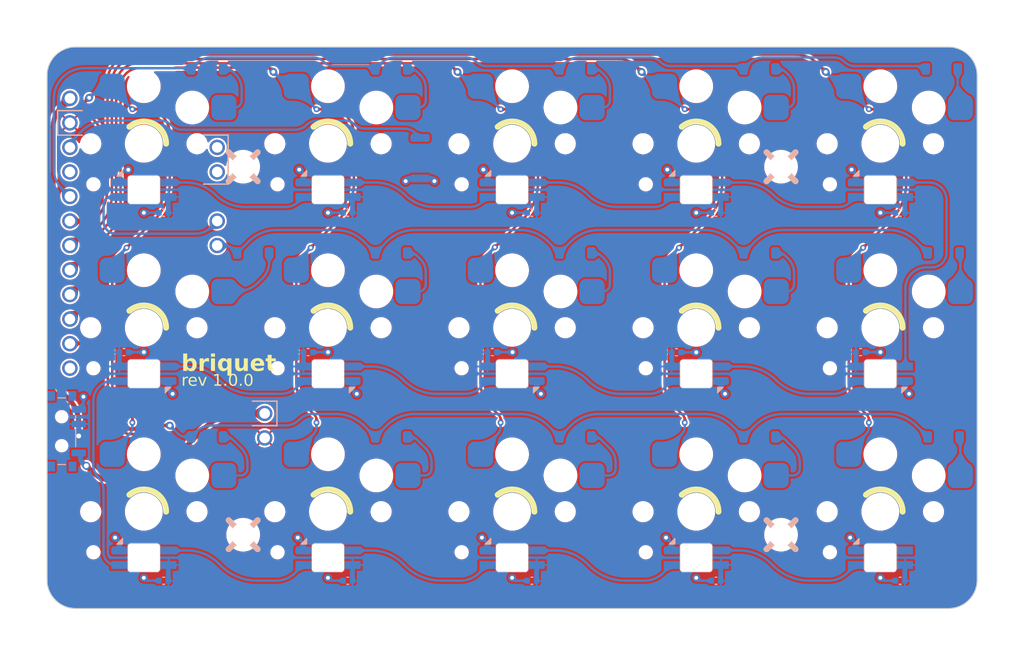
<source format=kicad_pcb>
(kicad_pcb (version 20221018) (generator pcbnew)
  (layers (0 "F.Cu" signal) (31 "B.Cu" signal) (34 "B.Paste" user) (35 "F.Paste" user) (36 "B.SilkS" user "B.Silkscreen") (37 "F.SilkS" user "F.Silkscreen") (38 "B.Mask" user) (39 "F.Mask" user) (44 "Edge.Cuts" user))
  (net 0 "")
  (net 1 "GND")
  (net 2 "+5V")
  (net 3 "Net-(D1-A)")
  (net 4 "COL01")
  (net 5 "Net-(D4-A)")
  (net 6 "COL02")
  (net 7 "Net-(D7-A)")
  (net 8 "COL03")
  (net 9 "Net-(D10-A)")
  (net 10 "COL04")
  (net 11 "Net-(D13-A)")
  (net 12 "COL05")
  (net 13 "Net-(D2-A)")
  (net 14 "Net-(D5-A)")
  (net 15 "Net-(D8-A)")
  (net 16 "Net-(D11-A)")
  (net 17 "Net-(D14-A)")
  (net 18 "Net-(D3-A)")
  (net 19 "Net-(D6-A)")
  (net 20 "Net-(D9-A)")
  (net 21 "Net-(D12-A)")
  (net 22 "Net-(D15-A)")
  (net 23 "ROW01")
  (net 24 "ROW02")
  (net 25 "ROW03")
  (net 26 "Net-(LED1-DOUT)")
  (net 27 "Net-(LED2-DOUT)")
  (net 28 "Net-(LED3-DOUT)")
  (net 29 "Net-(LED4-DOUT)")
  (net 30 "LED_DATA")
  (net 31 "Net-(LED6-DOUT)")
  (net 32 "Net-(LED7-DOUT)")
  (net 33 "Net-(LED8-DOUT)")
  (net 34 "Net-(LED10-DIN)")
  (net 35 "Net-(LED11-DOUT)")
  (net 36 "Net-(LED12-DOUT)")
  (net 37 "Net-(LED13-DOUT)")
  (net 38 "Net-(LED14-DOUT)")
  (net 39 "RST")
  (net 40 "3.3V")
  (net 41 "BAT_IN")
  (net 43 "Net-(LED5-DOUT)")
  (net 44 "Net-(LED10-DOUT)")
  (footprint "Briquet:Mount" (layer "F.Cu") (at 161.175 88.10625)
    (fp_text reference "H4" hide)
    (fp_text value "MountingHole" hide)
  )
  (footprint "Briquet:Mount" (layer "F.Cu") (at 105.525 88.10625)
    (fp_text reference "H3" hide)
    (fp_text value "MountingHole" hide)
  )
  (footprint "Briquet:Mount" (layer "F.Cu") (at 161.175 50.00625)
    (fp_text reference "H2" hide)
    (fp_text value "MountingHole" hide)
  )
  (footprint "Briquet:NiceNanoCustom" (layer "F.Cu") (at 95.22 37.59)
    (fp_text reference "J1" hide)
    (fp_text value "NiceNanoCustom")
  )
  (footprint "Briquet:Mount" (layer "F.Cu") (at 105.525 50.00625)
    (fp_text reference "H1" hide)
    (fp_text value "MountingHole" hide)
  )
  (footprint "Briquet:Led" (layer "B.Cu") (at 152.4 90.487502 180)
    (fp_text reference "LED14" hide)
    (fp_text value "SK6812MINI" hide)
    (fp_line (start -1.675 -1.15) (end -1.675 1.15) (stroke (width 0.05)) (layer "Edge.Cuts"))
    (fp_line (start -1.35 1.475) (end 1.35 1.475) (stroke (width 0.05)) (layer "Edge.Cuts"))
    (fp_line (start 1.35 -1.475) (end -1.35 -1.475) (stroke (width 0.05)) (layer "Edge.Cuts"))
    (fp_line (start 1.675 1.15) (end 1.675 -1.15) (stroke (width 0.05)) (layer "Edge.Cuts"))
    (fp_arc (start -1.675 -1.15) (mid -1.579809 -1.379809) (end -1.35 -1.475) (stroke (width 0.05)) (layer "Edge.Cuts"))
    (fp_arc (start -1.35 1.475) (mid -1.579809 1.379809) (end -1.675 1.15) (stroke (width 0.05)) (layer "Edge.Cuts"))
    (fp_arc (start 1.35 -1.475) (mid 1.57981 -1.37981) (end 1.675 -1.15) (stroke (width 0.05)) (layer "Edge.Cuts"))
    (fp_arc (start 1.675 1.15) (mid 1.57981 1.37981) (end 1.35 1.475) (stroke (width 0.05)) (layer "Edge.Cuts"))
  )
  (footprint "Briquet:ChocHotSwap" (layer "B.Cu") (at 95.249999 85.725001)
    (fp_text reference "CHOC11" hide)
    (fp_text value "CHOC" hide)
  )
  (footprint "Briquet:Led" (layer "B.Cu") (at 171.45 52.3875 180)
    (fp_text reference "LED5" hide)
    (fp_text value "SK6812MINI" hide)
    (fp_line (start -1.675 -1.15) (end -1.675 1.15) (stroke (width 0.05)) (layer "Edge.Cuts"))
    (fp_line (start -1.35 1.475) (end 1.35 1.475) (stroke (width 0.05)) (layer "Edge.Cuts"))
    (fp_line (start 1.35 -1.475) (end -1.35 -1.475) (stroke (width 0.05)) (layer "Edge.Cuts"))
    (fp_line (start 1.675 1.15) (end 1.675 -1.15) (stroke (width 0.05)) (layer "Edge.Cuts"))
    (fp_arc (start -1.675 -1.15) (mid -1.579809 -1.379809) (end -1.35 -1.475) (stroke (width 0.05)) (layer "Edge.Cuts"))
    (fp_arc (start -1.35 1.475) (mid -1.579809 1.379809) (end -1.675 1.15) (stroke (width 0.05)) (layer "Edge.Cuts"))
    (fp_arc (start 1.35 -1.475) (mid 1.57981 -1.37981) (end 1.675 -1.15) (stroke (width 0.05)) (layer "Edge.Cuts"))
    (fp_arc (start 1.675 1.15) (mid 1.57981 1.37981) (end 1.35 1.475) (stroke (width 0.05)) (layer "Edge.Cuts"))
  )
  (footprint "Diode_SMD:D_SOD-123" (layer "B.Cu") (at 120.849372 77.986396)
    (fp_text reference "D6" hide)
    (fp_text value "D_Small")
  )
  (footprint "Capacitor_SMD:C_0402_1005Metric" (layer "B.Cu") (at 112.250579 69.205485 180)
    (fp_text reference "C7" hide)
    (fp_text value "0.1u")
  )
  (footprint "Briquet:ChocHotSwap" (layer "B.Cu") (at 133.35 85.725002)
    (fp_text reference "CHOC13" hide)
    (fp_text value "CHOC" hide)
  )
  (footprint "Briquet:Led" (layer "B.Cu") (at 171.45 90.487502 180)
    (fp_text reference "LED15" hide)
    (fp_text value "SK6812MINI" hide)
    (fp_line (start -1.675 -1.15) (end -1.675 1.15) (stroke (width 0.05)) (layer "Edge.Cuts"))
    (fp_line (start -1.35 1.475) (end 1.35 1.475) (stroke (width 0.05)) (layer "Edge.Cuts"))
    (fp_line (start 1.35 -1.475) (end -1.35 -1.475) (stroke (width 0.05)) (layer "Edge.Cuts"))
    (fp_line (start 1.675 1.15) (end 1.675 -1.15) (stroke (width 0.05)) (layer "Edge.Cuts"))
    (fp_arc (start -1.675 -1.15) (mid -1.579809 -1.379809) (end -1.35 -1.475) (stroke (width 0.05)) (layer "Edge.Cuts"))
    (fp_arc (start -1.35 1.475) (mid -1.579809 1.379809) (end -1.675 1.15) (stroke (width 0.05)) (layer "Edge.Cuts"))
    (fp_arc (start 1.35 -1.475) (mid 1.57981 -1.37981) (end 1.675 -1.15) (stroke (width 0.05)) (layer "Edge.Cuts"))
    (fp_arc (start 1.675 1.15) (mid 1.57981 1.37981) (end 1.35 1.475) (stroke (width 0.05)) (layer "Edge.Cuts"))
  )
  (footprint "Capacitor_SMD:C_0402_1005Metric" (layer "B.Cu") (at 97.300653 54.769072)
    (fp_text reference "C1" hide)
    (fp_text value "0.1u" hide)
  )
  (footprint "Diode_SMD:D_SOD-123" (layer "B.Cu") (at 177.8 39.886172)
    (fp_text reference "D13" hide)
    (fp_text value "D_Small")
  )
  (footprint "Briquet:ChocHotSwap" (layer "B.Cu") (at 133.35 66.675002)
    (fp_text reference "CHOC8" hide)
    (fp_text value "CHOC" hide)
  )
  (footprint "Briquet:Led" (layer "B.Cu") (at 95.25 52.3875 180)
    (fp_text reference "LED1" hide)
    (fp_text value "SK6812MINI" hide)
    (fp_line (start -1.675 -1.15) (end -1.675 1.15) (stroke (width 0.05)) (layer "Edge.Cuts"))
    (fp_line (start -1.35 1.475) (end 1.35 1.475) (stroke (width 0.05)) (layer "Edge.Cuts"))
    (fp_line (start 1.35 -1.475) (end -1.35 -1.475) (stroke (width 0.05)) (layer "Edge.Cuts"))
    (fp_line (start 1.675 1.15) (end 1.675 -1.15) (stroke (width 0.05)) (layer "Edge.Cuts"))
    (fp_arc (start -1.675 -1.15) (mid -1.579809 -1.379809) (end -1.35 -1.475) (stroke (width 0.05)) (layer "Edge.Cuts"))
    (fp_arc (start -1.35 1.475) (mid -1.579809 1.379809) (end -1.675 1.15) (stroke (width 0.05)) (layer "Edge.Cuts"))
    (fp_arc (start 1.35 -1.475) (mid 1.57981 -1.37981) (end 1.675 -1.15) (stroke (width 0.05)) (layer "Edge.Cuts"))
    (fp_arc (start 1.675 1.15) (mid 1.57981 1.37981) (end 1.35 1.475) (stroke (width 0.05)) (layer "Edge.Cuts"))
  )
  (footprint "Briquet:Led" (layer "B.Cu") (at 95.25056 90.488032 180)
    (fp_text reference "LED11" hide)
    (fp_text value "SK6812MINI" hide)
    (fp_line (start -1.675 -1.15) (end -1.675 1.15) (stroke (width 0.05)) (layer "Edge.Cuts"))
    (fp_line (start -1.35 1.475) (end 1.35 1.475) (stroke (width 0.05)) (layer "Edge.Cuts"))
    (fp_line (start 1.35 -1.475) (end -1.35 -1.475) (stroke (width 0.05)) (layer "Edge.Cuts"))
    (fp_line (start 1.675 1.15) (end 1.675 -1.15) (stroke (width 0.05)) (layer "Edge.Cuts"))
    (fp_arc (start -1.675 -1.15) (mid -1.579809 -1.379809) (end -1.35 -1.475) (stroke (width 0.05)) (layer "Edge.Cuts"))
    (fp_arc (start -1.35 1.475) (mid -1.579809 1.379809) (end -1.675 1.15) (stroke (width 0.05)) (layer "Edge.Cuts"))
    (fp_arc (start 1.35 -1.475) (mid 1.57981 -1.37981) (end 1.675 -1.15) (stroke (width 0.05)) (layer "Edge.Cuts"))
    (fp_arc (start 1.675 1.15) (mid 1.57981 1.37981) (end 1.35 1.475) (stroke (width 0.05)) (layer "Edge.Cuts"))
  )
  (footprint "Capacitor_SMD:C_0402_1005Metric" (layer "B.Cu") (at 116.350765 92.869296)
    (fp_text reference "C12" hide)
    (fp_text value "0.1u")
  )
  (footprint "Diode_SMD:D_SOD-123" (layer "B.Cu") (at 106.561564 58.936284)
    (fp_text reference "D2" hide)
    (fp_text value "D_Small")
  )
  (footprint "Briquet:Led" (layer "B.Cu") (at 152.4 71.437502)
    (fp_text reference "LED7" hide)
    (fp_text value "SK6812MINI" hide)
    (fp_line (start -1.675 -1.15) (end -1.675 1.15) (stroke (width 0.05)) (layer "Edge.Cuts"))
    (fp_line (start -1.35 1.475) (end 1.35 1.475) (stroke (width 0.05)) (layer "Edge.Cuts"))
    (fp_line (start 1.35 -1.475) (end -1.35 -1.475) (stroke (width 0.05)) (layer "Edge.Cuts"))
    (fp_line (start 1.675 1.15) (end 1.675 -1.15) (stroke (width 0.05)) (layer "Edge.Cuts"))
    (fp_arc (start -1.675 -1.15) (mid -1.579809 -1.379809) (end -1.35 -1.475) (stroke (width 0.05)) (layer "Edge.Cuts"))
    (fp_arc (start -1.35 1.475) (mid -1.579809 1.379809) (end -1.675 1.15) (stroke (width 0.05)) (layer "Edge.Cuts"))
    (fp_arc (start 1.35 -1.475) (mid 1.57981 -1.37981) (end 1.675 -1.15) (stroke (width 0.05)) (layer "Edge.Cuts"))
    (fp_arc (start 1.675 1.15) (mid 1.57981 1.37981) (end 1.35 1.475) (stroke (width 0.05)) (layer "Edge.Cuts"))
  )
  (footprint "Button_Switch_SMD:SW_Push_SPST_NO_Alps_SKRK" (layer "B.Cu") (at 123.825728 49.11357 -90)
    (fp_text reference "RST1" hide)
    (fp_text value "Reset Button" hide)
  )
  (footprint "Diode_SMD:D_SOD-123" (layer "B.Cu") (at 158.949372 58.936284)
    (fp_text reference "D11" hide)
    (fp_text value "D_Small")
  )
  (footprint "Briquet:ChocHotSwap" (layer "B.Cu") (at 95.249999 47.624999)
    (fp_text reference "CHOC1" hide)
    (fp_text value "CHOC" hide)
  )
  (footprint "Diode_SMD:D_SOD-123" (layer "B.Cu") (at 120.849148 58.936284)
    (fp_text reference "D5" hide)
    (fp_text value "D_Small")
  )
  (footprint "Capacitor_SMD:C_0402_1005Metric" (layer "B.Cu") (at 97.300093 92.868766)
    (fp_text reference "C11" hide)
    (fp_text value "0.1u")
  )
  (footprint "Capacitor_SMD:C_0402_1005Metric" (layer "B.Cu") (at 154.450989 54.769072)
    (fp_text reference "C4" hide)
    (fp_text value "0.1u")
  )
  (footprint "Diode_SMD:D_SOD-123" (layer "B.Cu") (at 139.899372 39.886172)
    (fp_text reference "D7" hide)
    (fp_text value "D_Small")
  )
  (footprint "Briquet:Led" (layer "B.Cu") (at 171.45 71.437502)
    (fp_text reference "LED6" hide)
    (fp_text value "SK6812MINI" hide)
    (fp_line (start -1.675 -1.15) (end -1.675 1.15) (stroke (width 0.05)) (layer "Edge.Cuts"))
    (fp_line (start -1.35 1.475) (end 1.35 1.475) (stroke (width 0.05)) (layer "Edge.Cuts"))
    (fp_line (start 1.35 -1.475) (end -1.35 -1.475) (stroke (width 0.05)) (layer "Edge.Cuts"))
    (fp_line (start 1.675 1.15) (end 1.675 -1.15) (stroke (width 0.05)) (layer "Edge.Cuts"))
    (fp_arc (start -1.675 -1.15) (mid -1.579809 -1.379809) (end -1.35 -1.475) (stroke (width 0.05)) (layer "Edge.Cuts"))
    (fp_arc (start -1.35 1.475) (mid -1.579809 1.379809) (end -1.675 1.15) (stroke (width 0.05)) (layer "Edge.Cuts"))
    (fp_arc (start 1.35 -1.475) (mid 1.57981 -1.37981) (end 1.675 -1.15) (stroke (width 0.05)) (layer "Edge.Cuts"))
    (fp_arc (start 1.675 1.15) (mid 1.57981 1.37981) (end 1.35 1.475) (stroke (width 0.05)) (layer "Edge.Cuts"))
  )
  (footprint "Briquet:ChocHotSwap" (layer "B.Cu") (at 152.399999 66.675001)
    (fp_text reference "CHOC9" hide)
    (fp_text value "CHOC" hide)
  )
  (footprint "Briquet:BatConnection" (layer "B.Cu") (at 107.752196 75.5475)
    (fp_text reference "J2" hide)
    (fp_text value "Conn_01x02")
  )
  (footprint "Briquet:ChocHotSwap" (layer "B.Cu") (at 171.45 47.625)
    (fp_text reference "CHOC5" hide)
    (fp_text value "CHOC" hide)
  )
  (footprint "Diode_SMD:D_SOD-123" (layer "B.Cu") (at 101.799372 77.986396)
    (fp_text reference "D3" hide)
    (fp_text value "D_Small")
  )
  (footprint "Briquet:Led" (layer "B.Cu") (at 95.25 71.437502)
    (fp_text reference "LED10" hide)
    (fp_text value "SK6812MINI" hide)
    (fp_line (start -1.675 -1.15) (end -1.675 1.15) (stroke (width 0.05)) (layer "Edge.Cuts"))
    (fp_line (start -1.35 1.475) (end 1.35 1.475) (stroke (width 0.05)) (layer "Edge.Cuts"))
    (fp_line (start 1.35 -1.475) (end -1.35 -1.475) (stroke (width 0.05)) (layer "Edge.Cuts"))
    (fp_line (start 1.675 1.15) (end 1.675 -1.15) (stroke (width 0.05)) (layer "Edge.Cuts"))
    (fp_arc (start -1.675 -1.15) (mid -1.579809 -1.379809) (end -1.35 -1.475) (stroke (width 0.05)) (layer "Edge.Cuts"))
    (fp_arc (start -1.35 1.475) (mid -1.579809 1.379809) (end -1.675 1.15) (stroke (width 0.05)) (layer "Edge.Cuts"))
    (fp_arc (start 1.35 -1.475) (mid 1.57981 -1.37981) (end 1.675 -1.15) (stroke (width 0.05)) (layer "Edge.Cuts"))
    (fp_arc (start 1.675 1.15) (mid 1.57981 1.37981) (end 1.35 1.475) (stroke (width 0.05)) (layer "Edge.Cuts"))
  )
  (footprint "Capacitor_SMD:C_0402_1005Metric" (layer "B.Cu") (at 135.400877 54.769072)
    (fp_text reference "C3" hide)
    (fp_text value "0.1u")
  )
  (footprint "Briquet:ChocHotSwap" (layer "B.Cu") (at 133.349999 47.624999)
    (fp_text reference "CHOC3" hide)
    (fp_text value "CHOC" hide)
  )
  (footprint "Briquet:Led" (layer "B.Cu") (at 152.4 52.3875 180)
    (fp_text reference "LED4" hide)
    (fp_text value "SK6812MINI" hide)
    (fp_line (start -1.675 -1.15) (end -1.675 1.15) (stroke (width 0.05)) (layer "Edge.Cuts"))
    (fp_line (start -1.35 1.475) (end 1.35 1.475) (stroke (width 0.05)) (layer "Edge.Cuts"))
    (fp_line (start 1.35 -1.475) (end -1.35 -1.475) (stroke (width 0.05)) (layer "Edge.Cuts"))
    (fp_line (start 1.675 1.15) (end 1.675 -1.15) (stroke (width 0.05)) (layer "Edge.Cuts"))
    (fp_arc (start -1.675 -1.15) (mid -1.579809 -1.379809) (end -1.35 -1.475) (stroke (width 0.05)) (layer "Edge.Cuts"))
    (fp_arc (start -1.35 1.475) (mid -1.579809 1.379809) (end -1.675 1.15) (stroke (width 0.05)) (layer "Edge.Cuts"))
    (fp_arc (start 1.35 -1.475) (mid 1.57981 -1.37981) (end 1.675 -1.15) (stroke (width 0.05)) (layer "Edge.Cuts"))
    (fp_arc (start 1.675 1.15) (mid 1.57981 1.37981) (end 1.35 1.475) (stroke (width 0.05)) (layer "Edge.Cuts"))
  )
  (footprint "Briquet:Led" (layer "B.Cu") (at 133.35 71.437502)
    (fp_text reference "LED8" hide)
    (fp_text value "SK6812MINI" hide)
    (fp_line (start -1.675 -1.15) (end -1.675 1.15) (stroke (width 0.05)) (layer "Edge.Cuts"))
    (fp_line (start -1.35 1.475) (end 1.35 1.475) (stroke (width 0.05)) (layer "Edge.Cuts"))
    (fp_line (start 1.35 -1.475) (end -1.35 -1.475) (stroke (width 0.05)) (layer "Edge.Cuts"))
    (fp_line (start 1.675 1.15) (end 1.675 -1.15) (stroke (width 0.05)) (layer "Edge.Cuts"))
    (fp_arc (start -1.675 -1.15) (mid -1.579809 -1.379809) (end -1.35 -1.475) (stroke (width 0.05)) (layer "Edge.Cuts"))
    (fp_arc (start -1.35 1.475) (mid -1.579809 1.379809) (end -1.675 1.15) (stroke (width 0.05)) (layer "Edge.Cuts"))
    (fp_arc (start 1.35 -1.475) (mid 1.57981 -1.37981) (end 1.675 -1.15) (stroke (width 0.05)) (layer "Edge.Cuts"))
    (fp_arc (start 1.675 1.15) (mid 1.57981 1.37981) (end 1.35 1.475) (stroke (width 0.05)) (layer "Edge.Cuts"))
  )
  (footprint "Briquet:Led" (layer "B.Cu") (at 133.35 52.3875 180)
    (fp_text reference "LED3" hide)
    (fp_text value "SK6812MINI" hide)
    (fp_line (start -1.675 -1.15) (end -1.675 1.15) (stroke (width 0.05)) (layer "Edge.Cuts"))
    (fp_line (start -1.35 1.475) (end 1.35 1.475) (stroke (width 0.05)) (layer "Edge.Cuts"))
    (fp_line (start 1.35 -1.475) (end -1.35 -1.475) (stroke (width 0.05)) (layer "Edge.Cuts"))
    (fp_line (start 1.675 1.15) (end 1.675 -1.15) (stroke (width 0.05)) (layer "Edge.Cuts"))
    (fp_arc (start -1.675 -1.15) (mid -1.579809 -1.379809) (end -1.35 -1.475) (stroke (width 0.05)) (layer "Edge.Cuts"))
    (fp_arc (start -1.35 1.475) (mid -1.579809 1.379809) (end -1.675 1.15) (stroke (width 0.05)) (layer "Edge.Cuts"))
    (fp_arc (start 1.35 -1.475) (mid 1.57981 -1.37981) (end 1.675 -1.15) (stroke (width 0.05)) (layer "Edge.Cuts"))
    (fp_arc (start 1.675 1.15) (mid 1.57981 1.37981) (end 1.35 1.475) (stroke (width 0.05)) (layer "Edge.Cuts"))
  )
  (footprint "Briquet:ChocHotSwap" (layer "B.Cu") (at 171.449999 66.675001)
    (fp_text reference "CHOC10" hide)
    (fp_text value "CHOC" hide)
  )
  (footprint "Briquet:Led" (layer "B.Cu") (at 114.300672 90.488032 180)
    (fp_text reference "LED12" hide)
    (fp_text value "SK6812MINI" hide)
    (fp_line (start -1.675 -1.15) (end -1.675 1.15) (stroke (width 0.05)) (layer "Edge.Cuts"))
    (fp_line (start -1.35 1.475) (end 1.35 1.475) (stroke (width 0.05)) (layer "Edge.Cuts"))
    (fp_line (start 1.35 -1.475) (end -1.35 -1.475) (stroke (width 0.05)) (layer "Edge.Cuts"))
    (fp_line (start 1.675 1.15) (end 1.675 -1.15) (stroke (width 0.05)) (layer "Edge.Cuts"))
    (fp_arc (start -1.675 -1.15) (mid -1.579809 -1.379809) (end -1.35 -1.475) (stroke (width 0.05)) (layer "Edge.Cuts"))
    (fp_arc (start -1.35 1.475) (mid -1.579809 1.379809) (end -1.675 1.15) (stroke (width 0.05)) (layer "Edge.Cuts"))
    (fp_arc (start 1.35 -1.475) (mid 1.57981 -1.37981) (end 1.675 -1.15) (stroke (width 0.05)) (layer "Edge.Cuts"))
    (fp_arc (start 1.675 1.15) (mid 1.57981 1.37981) (end 1.35 1.475) (stroke (width 0.05)) (layer "Edge.Cuts"))
  )
  (footprint "Briquet:Led" (layer "B.Cu") (at 114.3 52.3875 180)
    (fp_text reference "LED2" hide)
    (fp_text value "SK6812MINI" hide)
    (fp_line (start -1.675 -1.15) (end -1.675 1.15) (stroke (width 0.05)) (layer "Edge.Cuts"))
    (fp_line (start -1.35 1.475) (end 1.35 1.475) (stroke (width 0.05)) (layer "Edge.Cuts"))
    (fp_line (start 1.35 -1.475) (end -1.35 -1.475) (stroke (width 0.05)) (layer "Edge.Cuts"))
    (fp_line (start 1.675 1.15) (end 1.675 -1.15) (stroke (width 0.05)) (layer "Edge.Cuts"))
    (fp_arc (start -1.675 -1.15) (mid -1.579809 -1.379809) (end -1.35 -1.475) (stroke (width 0.05)) (layer "Edge.Cuts"))
    (fp_arc (start -1.35 1.475) (mid -1.579809 1.379809) (end -1.675 1.15) (stroke (width 0.05)) (layer "Edge.Cuts"))
    (fp_arc (start 1.35 -1.475) (mid 1.57981 -1.37981) (end 1.675 -1.15) (stroke (width 0.05)) (layer "Edge.Cuts"))
    (fp_arc (start 1.675 1.15) (mid 1.57981 1.37981) (end 1.35 1.475) (stroke (width 0.05)) (layer "Edge.Cuts"))
  )
  (footprint "Diode_SMD:D_SOD-123" (layer "B.Cu") (at 139.899372 77.986396)
    (fp_text reference "D9" hide)
    (fp_text value "D_Small")
  )
  (footprint "Capacitor_SMD:C_0402_1005Metric" (layer "B.Cu") (at 116.350765 54.769072)
    (fp_text reference "C2" hide)
    (fp_text value "0.1u" hide)
  )
  (footprint "Briquet:ChocHotSwap" (layer "B.Cu") (at 114.299999 47.624999)
    (fp_text reference "CHOC2" hide)
    (fp_text value "CHOC" hide)
  )
  (footprint "Diode_SMD:D_SOD-123" (layer "B.Cu") (at 177.999484 77.986396)
    (fp_text reference "D15" hide)
    (fp_text value "D_Small")
  )
  (footprint "Capacitor_SMD:C_0402_1005Metric" (layer "B.Cu") (at 131.300691 69.205485 180)
    (fp_text reference "C8" hide)
    (fp_text value "0.1u")
  )
  (footprint "Briquet:ChocHotSwap" (layer "B.Cu") (at 171.449999 85.725001)
    (fp_text reference "CHOC15" hide)
    (fp_text value "CHOC" hide)
  )
  (footprint "Capacitor_SMD:C_0402_1005Metric" (layer "B.Cu") (at 154.450989 92.869296)
    (fp_text reference "C14" hide)
    (fp_text value "0.1u")
  )
  (footprint "Briquet:ChocHotSwap" (layer "B.Cu") (at 152.399999 47.624999)
    (fp_text reference "CHOC4" hide)
    (fp_text value "CHOC" hide)
  )
  (footprint "Briquet:PCM12_dip_switch" (layer "B.Cu") (at 85.35 77.49108 90)
    (fp_text reference "SW13" hide)
    (fp_text value "SW_DPDT_x2")
  )
  (footprint "Capacitor_SMD:C_0402_1005Metric" (layer "B.Cu") (at 150.350803 69.219079 180)
    (fp_text reference "C9" hide)
    (fp_text value "0.1u")
  )
  (footprint "Diode_SMD:D_SOD-123" (layer "B.Cu") (at 158.949372 39.886172)
    (fp_text reference "D10" hide)
    (fp_text value "D_Small")
  )
  (footprint "Briquet:ChocHotSwap" (layer "B.Cu") (at 114.299999 66.675001)
    (fp_text reference "CHOC7" hide)
    (fp_text value "CHOC" hide)
  )
  (footprint "Briquet:Led" (layer "B.Cu") (at 114.3 71.437502)
    (fp_text reference "LED9" hide)
    (fp_text value "SK6812MINI" hide)
    (fp_line (start -1.675 -1.15) (end -1.675 1.15) (stroke (width 0.05)) (layer "Edge.Cuts"))
    (fp_line (start -1.35 1.475) (end 1.35 1.475) (stroke (width 0.05)) (layer "Edge.Cuts"))
    (fp_line (start 1.35 -1.475) (end -1.35 -1.475) (stroke (width 0.05)) (layer "Edge.Cuts"))
    (fp_line (start 1.675 1.15) (end 1.675 -1.15) (stroke (width 0.05)) (layer "Edge.Cuts"))
    (fp_arc (start -1.675 -1.15) (mid -1.579809 -1.379809) (end -1.35 -1.475) (stroke (width 0.05)) (layer "Edge.Cuts"))
    (fp_arc (start -1.35 1.475) (mid -1.579809 1.379809) (end -1.675 1.15) (stroke (width 0.05)) (layer "Edge.Cuts"))
    (fp_arc (start 1.35 -1.475) (mid 1.57981 -1.37981) (end 1.675 -1.15) (stroke (width 0.05)) (layer "Edge.Cuts"))
    (fp_arc (start 1.675 1.15) (mid 1.57981 1.37981) (end 1.35 1.475) (stroke (width 0.05)) (layer "Edge.Cuts"))
  )
  (footprint "Capacitor_SMD:C_0402_1005Metric" (layer "B.Cu") (at 173.501101 92.869296)
    (fp_text reference "C15" hide)
    (fp_text value "0.1u")
  )
  (footprint "Briquet:Led" (layer "B.Cu") (at 133.35 90.487502 180)
    (fp_text reference "LED13" hide)
    (fp_text value "SK6812MINI" hide)
    (fp_line (start -1.675 -1.15) (end -1.675 1.15) (stroke (width 0.05)) (layer "Edge.Cuts"))
    (fp_line (start -1.35 1.475) (end 1.35 1.475) (stroke (width 0.05)) (layer "Edge.Cuts"))
    (fp_line (start 1.35 -1.475) (end -1.35 -1.475) (stroke (width 0.05)) (layer "Edge.Cuts"))
    (fp_line (start 1.675 1.15) (end 1.675 -1.15) (stroke (width 0.05)) (layer "Edge.Cuts"))
    (fp_arc (start -1.675 -1.15) (mid -1.579809 -1.379809) (end -1.35 -1.475) (stroke (width 0.05)) (layer "Edge.Cuts"))
    (fp_arc (start -1.35 1.475) (mid -1.579809 1.379809) (end -1.675 1.15) (stroke (width 0.05)) (layer "Edge.Cuts"))
    (fp_arc (start 1.35 -1.475) (mid 1.57981 -1.37981) (end 1.675 -1.15) (stroke (width 0.05)) (layer "Edge.Cuts"))
    (fp_arc (start 1.675 1.15) (mid 1.57981 1.37981) (end 1.35 1.475) (stroke (width 0.05)) (layer "Edge.Cuts"))
  )
  (footprint "Capacitor_SMD:C_0402_1005Metric" (layer "B.Cu") (at 169.400915 69.205485 180)
    (fp_text reference "C10" hide)
    (fp_text value "0.1u")
  )
  (footprint "Capacitor_SMD:C_0402_1005Metric" (layer "B.Cu") (at 173.501101 54.769072)
    (fp_text reference "C5" hide)
    (fp_text value "0.1u")
  )
  (footprint "Diode_SMD:D_SOD-123" (layer "B.Cu") (at 158.949372 77.986396)
    (fp_text reference "D12" hide)
    (fp_text value "D_Small")
  )
  (footprint "Briquet:ChocHotSwap" (layer "B.Cu") (at 95.249999 66.675001)
    (fp_text reference "CHOC6" hide)
    (fp_text value "CHOC" hide)
  )
  (footprint "Briquet:ChocHotSwap" (layer "B.Cu") (at 152.4 85.725002)
    (fp_text reference "CHOC14" hide)
    (fp_text value "CHOC" hide)
  )
  (footprint "Capacitor_SMD:C_0402_1005Metric" (layer "B.Cu") (at 135.400877 92.869296)
    (fp_text reference "C13" hide)
    (fp_text value "0.1u")
  )
  (footprint "Diode_SMD:D_SOD-123" (layer "B.Cu") (at 120.849372 39.886172)
    (fp_text reference "D4" hide)
    (fp_text value "D_Small")
  )
  (footprint "Diode_SMD:D_SOD-123" (layer "B.Cu") (at 139.89926 58.936284)
    (fp_text reference "D8" hide)
    (fp_text value "D_Small")
  )
  (footprint "Diode_SMD:D_SOD-123" (layer "B.Cu") (at 101.799372 39.886172)
    (fp_text reference "D1" hide)
    (fp_text value "D_Small")
  )
  (footprint "Capacitor_SMD:C_0402_1005Metric" (layer "B.Cu") (at 93.200467 69.205485 180)
    (fp_text reference "C6" hide)
    (fp_text value "0.1u")
  )
  (footprint "Briquet:ChocHotSwap" (layer "B.Cu") (at 114.299999 85.725001)
    (fp_text reference "CHOC12" hide)
    (fp_text value "CHOC" hide)
  )
  (footprint "Diode_SMD:D_SOD-123" (layer "B.Cu") (at 177.999484 58.936284)
    (fp_text reference "D14" hide)
    (fp_text value "D_Small")
  )
  (gr_line (start 181.475 40.575) (end 181.475 92.775) (stroke (width 0.1)) (layer "Edge.Cuts"))
  (gr_line (start 85.225 40.575) (end 85.225 92.775) (stroke (width 0.1)) (layer "Edge.Cuts"))
  (gr_line (start 88.2 95.75) (end 178.5 95.75) (stroke (width 0.1)) (layer "Edge.Cuts"))
  (gr_arc (start 178.5 37.6) (mid 180.603643 38.471357) (end 181.475 40.575) (stroke (width 0.1)) (layer "Edge.Cuts"))
  (gr_line (start 88.2 37.6) (end 178.5 37.6) (stroke (width 0.1)) (layer "Edge.Cuts"))
  (gr_arc (start 181.475 92.775) (mid 180.603643 94.878643) (end 178.5 95.75) (stroke (width 0.1)) (layer "Edge.Cuts"))
  (gr_arc (start 85.225 40.575) (mid 86.096357 38.471357) (end 88.2 37.6) (stroke (width 0.1)) (layer "Edge.Cuts"))
  (gr_arc (start 88.2 95.75) (mid 86.096357 94.878643) (end 85.225 92.775) (stroke (width 0.1)) (layer "Edge.Cuts"))
  (gr_text "rev 1.0.0" (at 99.130114 72.88792) (layer "F.SilkS") (effects (font (size 1.2 1.2)) (justify left bottom)))
  (gr_text "briquet" (at 99.120114 71.43792) (layer "F.SilkS") (effects (font (size 1.7 1.7) (thickness 0.3) bold) (justify left bottom)))
  (segment (start 87.613788 45.411211) (end 87.75 45.275) (width 0.5) (layer "F.Cu") (net 1))
  (segment (start 87.6 45.4445) (end 87.6 45.464) (width 0.5) (layer "F.Cu") (net 1))
  (via (at 95.25056 69.205485) (size 0.8) (drill 0.4) (layers "F.Cu" "B.Cu") (net 1))
  (via (at 114.300672 69.205485) (size 0.8) (drill 0.4) (layers "F.Cu" "B.Cu") (net 1))
  (via (at 98.22714 73.521526) (size 0.8) (drill 0.4) (layers "F.Cu" "B.Cu") (net 1))
  (via (at 95.25 92.571108) (size 0.8) (drill 0.4) (layers "F.Cu" "B.Cu") (net 1))
  (via (at 152.400896 69.219079) (size 0.8) (drill 0.4) (layers "F.Cu" "B.Cu") (net 1))
  (via (at 93.64 50.32) (size 0.8) (drill 0.4) (layers "F.Cu" "B.Cu") (net 1))
  (via (at 133.350784 54.769072) (size 0.8) (drill 0.4) (layers "F.Cu" "B.Cu") (net 1))
  (via (at 171.451008 69.205485) (size 0.8) (drill 0.4) (layers "F.Cu" "B.Cu") (net 1))
  (via (at 168.474428 50.304202) (size 0.8) (drill 0.4) (layers "F.Cu" "B.Cu") (net 1))
  (via (at 133.350784 92.571638) (size 0.8) (drill 0.4) (layers "F.Cu" "B.Cu") (net 1))
  (via (at 125.314018 51.494834) (size 0.8) (drill 0.4) (layers "F.Cu" "B.Cu") (net 1))
  (via (at 111.175263 88.404426) (size 0.8) (drill 0.4) (layers "F.Cu" "B.Cu") (net 1))
  (via (at 174.427588 73.521526) (size 0.8) (drill 0.4) (layers "F.Cu" "B.Cu") (net 1))
  (via (at 152.400896 54.769072) (size 0.8) (drill 0.4) (layers "F.Cu" "B.Cu") (net 1))
  (via (at 171.451008 92.571638) (size 0.8) (drill 0.4) (layers "F.Cu" "B.Cu") (net 1))
  (via (at 122.337438 51.494834) (size 0.8) (drill 0.4) (layers "F.Cu" "B.Cu") (net 1))
  (via (at 149.275487 88.404426) (size 0.8) (drill 0.4) (layers "F.Cu" "B.Cu") (net 1))
  (via (at 171.451008 54.769072) (size 0.8) (drill 0.4) (layers "F.Cu" "B.Cu") (net 1))
  (via (at 168.325599 88.404426) (size 0.8) (drill 0.4) (layers "F.Cu" "B.Cu") (net 1))
  (via (at 130.374204 50.304202) (size 0.8) (drill 0.4) (layers "F.Cu" "B.Cu") (net 1))
  (via (at 152.400896 92.571638) (size 0.8) (drill 0.4) (layers "F.Cu" "B.Cu") (net 1))
  (via (at 111.324092 50.304202) (size 0.8) (drill 0.4) (layers "F.Cu" "B.Cu") (net 1))
  (via (at 136.327364 73.521526) (size 0.8) (drill 0.4) (layers "F.Cu" "B.Cu") (net 1))
  (via (at 155.377476 73.521526) (size 0.8) (drill 0.4) (layers "F.Cu" "B.Cu") (net 1))
  (via (at 95.25056 54.769072) (size 0.8) (drill 0.4) (layers "F.Cu" "B.Cu") (net 1))
  (via (at 149.403513 50.304202) (size 0.8) (drill 0.4) (layers "F.Cu" "B.Cu") (net 1))
  (via (at 88.999742 73.819184) (size 0.8) (drill 0.4) (layers "F.Cu" "B.Cu") (net 1))
  (via (at 130.225375 88.404426) (size 0.8) (drill 0.4) (layers "F.Cu" "B.Cu") (net 1))
  (via (at 114.300672 54.769072) (size 0.8) (drill 0.4) (layers "F.Cu" "B.Cu") (net 1))
  (via (at 117.277252 73.521526) (size 0.8) (drill 0.4) (layers "F.Cu" "B.Cu") (net 1))
  (via (at 114.300672 92.571638) (size 0.8) (drill 0.4) (layers "F.Cu" "B.Cu") (net 1))
  (via (at 133.391685 69.205485) (size 0.8) (drill 0.4) (layers "F.Cu" "B.Cu") (net 1))
  (via (at 92.27398 88.404426) (size 0.8) (drill 0.4) (layers "F.Cu" "B.Cu") (net 1))
  (arc (start 87.613788 45.411211) (mid 87.603583 45.426484) (end 87.6 45.4445) (width 0.5) (layer "F.Cu") (net 1))
  (segment (start 114.300672 92.571638) (end 114.449501 92.720467) (width 0.25) (layer "B.Cu") (net 1))
  (segment (start 95.25 92.571108) (end 95.398829 92.719937) (width 0.25) (layer "B.Cu") (net 1))
  (segment (start 93.179771 50.440213) (end 92.953679 50.666305) (width 0.25) (layer "B.Cu") (net 1))
  (segment (start 111.75 51.031272) (end 111.75 51.6375) (width 0.25) (layer "B.Cu") (net 1))
  (segment (start 116.849664 72.791587) (end 116.849664 72.187502) (width 0.25) (layer "B.Cu") (net 1))
  (segment (start 114.808805 92.869296) (end 115.870765 92.869296) (width 0.25) (layer "B.Cu") (net 1))
  (segment (start 171.451008 54.769072) (end 173.021101 54.769072) (width 0.25) (layer "B.Cu") (net 1))
  (segment (start 111.324092 50.304202) (end 111.537046 50.517156) (width 0.25) (layer "B.Cu") (net 1))
  (segment (start 95.25056 54.769072) (end 96.820653 54.769072) (width 0.25) (layer "B.Cu") (net 1))
  (segment (start 152.549725 92.720467) (end 152.400896 92.571638) (width 0.25) (layer "B.Cu") (net 1))
  (segment (start 114.300672 69.205485) (end 112.730579 69.205485) (width 0.25) (layer "B.Cu") (net 1))
  (segment (start 122.47807 51.354202) (end 122.337438 51.494834) (width 0.5) (layer "B.Cu") (net 1))
  (segment (start 174.014614 72.211888) (end 174.039 72.187502) (width 0.25) (layer "B.Cu") (net 1))
  (segment (start 174 72.791587) (end 174 72.187502) (width 0.25) (layer "B.Cu") (net 1))
  (segment (start 149.811896 89.320133) (end 149.811896 89.738033) (width 0.25) (layer "B.Cu") (net 1))
  (segment (start 92.7 51.278742) (end 92.7 51.6375) (width 0.25) (layer "B.Cu") (net 1))
  (segment (start 117.277252 73.521526) (end 117.063458 73.307732) (width 0.25) (layer "B.Cu") (net 1))
  (segment (start 98.22714 73.521526) (end 98.013346 73.307732) (width 0.25) (layer "B.Cu") (net 1))
  (segment (start 125.314018 51.494834) (end 125.173386 51.354202) (width 0.5) (layer "B.Cu") (net 1))
  (segment (start 92.497223 88.627669) (end 92.27398 88.404426) (width 0.25) (layer "B.Cu") (net 1))
  (segment (start 135.899776 72.791587) (end 135.899776 72.187502) (width 0.25) (layer "B.Cu") (net 1))
  (segment (start 92.720467 89.166626) (end 92.720467 89.704048) (width 0.25) (layer "B.Cu") (net 1))
  (segment (start 133.499613 92.720467) (end 133.350784 92.571638) (width 0.25) (layer "B.Cu") (net 1))
  (segment (start 152.400896 54.769072) (end 153.970989 54.769072) (width 0.25) (layer "B.Cu") (net 1))
  (segment (start 130.587102 50.5171) (end 130.374204 50.304202) (width 0.25) (layer "B.Cu") (net 1))
  (segment (start 135.91439 72.212112) (end 135.939 72.187502) (width 0.25) (layer "B.Cu") (net 1))
  (segment (start 149.626756 50.527445) (end 149.403513 50.304202) (width 0.25) (layer "B.Cu") (net 1))
  (segment (start 92.710513 89.728078) (end 92.70056 89.738032) (width 0.25) (layer "B.Cu") (net 1))
  (segment (start 152.400896 69.219079) (end 150.830803 69.219079) (width 0.25) (layer "B.Cu") (net 1))
  (segment (start 149.543691 88.67263) (end 149.275487 88.404426) (width 0.25) (layer "B.Cu") (net 1))
  (segment (start 133.858917 92.869296) (end 134.920877 92.869296) (width 0.25) (layer "B.Cu") (net 1))
  (segment (start 171.959141 92.869296) (end 173.021101 92.869296) (width 0.25) (layer "B.Cu") (net 1))
  (segment (start 111.175263 88.404426) (end 111.443467 88.67263) (width 0.25) (layer "B.Cu") (net 1))
  (segment (start 168.9 51.030698) (end 168.9 51.6375) (width 0.25) (layer "B.Cu") (net 1))
  (segment (start 168.325599 88.404426) (end 168.593803 88.67263) (width 0.25) (layer "B.Cu") (net 1))
  (segment (start 171.451008 69.205485) (end 169.880915 69.205485) (width 0.25) (layer "B.Cu") (net 1))
  (segment (start 95.758133 92.868766) (end 96.820093 92.868766) (width 0.25) (layer "B.Cu") (net 1))
  (segment (start 88.754871 74.896209) (end 88.51 75.14108) (width 0.25) (layer "B.Cu") (net 1))
  (segment (start 111.711672 89.320133) (end 111.711672 89.738033) (width 0.25) (layer "B.Cu") (net 1))
  (segment (start 168.862008 89.320133) (end 168.862008 89.738033) (width 0.25) (layer "B.Cu") (net 1))
  (segment (start 133.391685 69.205485) (end 131.780691 69.205485) (width 0.25) (layer "B.Cu") (net 1))
  (segment (start 130.493579 88.67263) (end 130.225375 88.404426) (width 0.25) (layer "B.Cu") (net 1))
  (segment (start 95.25056 69.205485) (end 93.680467 69.205485) (width 0.25) (layer "B.Cu") (net 1))
  (segment (start 171.599837 92.720467) (end 171.451008 92.571638) (width 0.25) (layer "B.Cu") (net 1))
  (segment (start 93.469992 50.32) (end 93.64 50.32) (width 0.25) (layer "B.Cu") (net 1))
  (segment (start 88.999742 74.305038) (end 88.999742 73.819184) (width 0.25) (layer "B.Cu") (net 1))
  (segment (start 168.474428 50.304202) (end 168.687214 50.516988) (width 0.25) (layer "B.Cu") (net 1))
  (segment (start 114.300672 54.769072) (end 115.870765 54.769072) (width 0.25) (layer "B.Cu") (net 1))
  (segment (start 154.964502 72.212) (end 154.989 72.187502) (width 0.25) (layer "B.Cu") (net 1))
  (segment (start 97.799552 72.791587) (end 97.799552 72.187502) (width 0.25) (layer "B.Cu") (net 1))
  (segment (start 149.85 51.066402) (end 149.85 51.6375) (width 0.25) (layer "B.Cu") (net 1))
  (segment (start 155.163682 73.307732) (end 155.377476 73.521526) (width 0.25) (layer "B.Cu") (net 1))
  (segment (start 130.8 51.031081) (end 130.8 51.6375) (width 0.25) (layer "B.Cu") (net 1))
  (segment (start 123.825728 51.21357) (end 122.817585 51.21357) (width 0.5) (layer "B.Cu") (net 1))
  (segment (start 92.571638 89.648109) (end 92.66156 89.738031) (width 0.25) (layer "B.Cu") (net 1))
  (segment (start 136.11357 73.307732) (end 136.327364 73.521526) (width 0.25) (layer "B.Cu") (net 1))
  (segment (start 174.213794 73.307732) (end 174.427588 73.521526) (width 0.25) (layer "B.Cu") (net 1))
  (segment (start 152.909029 92.869296) (end 153.970989 92.869296) (width 0.25) (layer "B.Cu") (net 1))
  (segment (start 154.949888 72.791587) (end 154.949888 72.187502) (width 0.25) (layer "B.Cu") (net 1))
  (segment (start 133.350784 54.769072) (end 134.920877 54.769072) (width 0.25) (layer "B.Cu") (net 1))
  (segment (start 130.761784 89.320133) (end 130.761784 89.738033) (width 0.25) (layer "B.Cu") (net 1))
  (segment (start 123.825728 51.21357) (end 124.83387 51.21357) (width 0.5) (layer "B.Cu") (net 1))
  (arc (start 111.537046 50.517156) (mid 111.694655 50.753034) (end 111.75 51.031272) (width 0.25) (layer "B.Cu") (net 1))
  (arc (start 135.899776 72.791587) (mid 135.955339 73.070922) (end 136.11357 73.307732) (width 0.25) (layer "B.Cu") (net 1))
  (arc (start 130.587102 50.5171) (mid 130.744669 50.752916) (end 130.8 51.031081) (width 0.25) (layer "B.Cu") (net 1))
  (arc (start 133.499613 92.720467) (mid 133.664463 92.830616) (end 133.858917 92.869296) (width 0.25) (layer "B.Cu") (net 1))
  (arc (start 154.949888 72.791587) (mid 155.005451 73.070922) (end 155.163682 73.307732) (width 0.25) (layer "B.Cu") (net 1))
  (arc (start 168.687214 50.516988) (mid 168.844698 50.75268) (end 168.9 51.030698) (width 0.25) (layer "B.Cu") (net 1))
  (arc (start 149.626756 50.527445) (mid 149.79198 50.77472) (end 149.85 51.066402) (width 0.25) (layer "B.Cu") (net 1))
  (arc (start 93.469992 50.32) (mid 93.312925 50.351242) (end 93.179771 50.440213) (width 0.25) (layer "B.Cu") (net 1))
  (arc (start 149.543691 88.67263) (mid 149.742191 88.969707) (end 149.811896 89.320133) (width 0.25) (layer "B.Cu") (net 1))
  (arc (start 152.549725 92.720467) (mid 152.714575 92.830616) (end 152.909029 92.869296) (width 0.25) (layer "B.Cu") (net 1))
  (arc (start 92.720467 89.704048) (mid 92.71788 89.717053) (end 92.710513 89.728078) (width 0.25) (layer "B.Cu") (net 1))
  (arc (start 125.173386 51.354202) (mid 125.017614 51.250119) (end 124.83387 51.21357) (width 0.5) (layer "B.Cu") (net 1))
  (arc (start 114.449501 92.720467) (mid 114.614351 92.830616) (end 114.808805 92.869296) (width 0.25) (layer "B.Cu") (net 1))
  (arc (start 92.497223 88.627669) (mid 92.662447 88.874944) (end 92.720467 89.166626) (width 0.25) (layer "B.Cu") (net 1))
  (arc (start 111.443467 88.67263) (mid 111.641967 88.969707) (end 111.711672 89.320133) (width 0.25) (layer "B.Cu") (net 1))
  (arc (start 116.849664 72.791587) (mid 116.905227 73.070922) (end 117.063458 73.307732) (width 0.25) (layer "B.Cu") (net 1))
  (arc (start 92.953679 50.666305) (mid 92.765929 50.947293) (end 92.7 51.278742) (width 0.25) (layer "B.Cu") (net 1))
  (arc (start 88.999742 74.305038) (mid 88.936102 74.624977) (end 88.754871 74.896209) (width 0.25) (layer "B.Cu") (net 1))
  (arc (start 130.493579 88.67263) (mid 130.692079 88.969707) (end 130.761784 89.320133) (width 0.25) (layer "B.Cu") (net 1))
  (arc (start 174 72.791587) (mid 174.055563 73.070922) (end 174.213794 73.307732) (width 0.25) (layer "B.Cu") (net 1))
  (arc (start 168.593803 88.67263) (mid 168.792303 88.969707) (end 168.862008 89.320133) (width 0.25) (layer "B.Cu") (net 1))
  (arc (start 97.799552 72.791587) (mid 97.855115 73.070922) (end 98.013346 73.307732) (width 0.25) (layer "B.Cu") (net 1))
  (arc (start 122.817585 51.21357) (mid 122.63384 51.250119) (end 122.47807 51.354202) (width 0.5) (layer "B.Cu") (net 1))
  (arc (start 95.398829 92.719937) (mid 95.563679 92.830086) (end 95.758133 92.868766) (width 0.25) (layer "B.Cu") (net 1))
  (arc (start 171.599837 92.720467) (mid 171.764687 92.830616) (end 171.959141 92.869296) (width 0.25) (layer "B.Cu") (net 1))
  (segment (start 85.87 45.877294) (end 85.87 70.592098) (width 0.5) (layer "F.Cu") (net 2))
  (segment (start 87.19 73.77886) (end 87.526427 74.115287) (width 0.5) (layer "F.Cu") (net 2))
  (segment (start 86.735 43.789) (end 87.6 42.924) (width 0.5) (layer "F.Cu") (net 2))
  (segment (start 88.51 77.880822) (end 88.51 76.489841) (width 0.5) (layer "F.Cu") (net 2))
  (via (at 88.51 77.880822) (size 0.8) (drill 0.5) (layers "F.Cu" "B.Cu") (net 2))
  (arc (start 85.87 70.592098) (mid 86.213056 72.316761) (end 87.19 73.77886) (width 0.5) (layer "F.Cu") (net 2))
  (arc (start 86.735 43.789) (mid 86.094806 44.747117) (end 85.87 45.877294) (width 0.5) (layer "F.Cu") (net 2))
  (arc (start 87.526427 74.115287) (mid 88.254377 75.204741) (end 88.51 76.489841) (width 0.5) (layer "F.Cu") (net 2))
  (segment (start 135.880877 53.170145) (end 135.880877 54.769072) (width 0.5) (layer "B.Cu") (net 2))
  (segment (start 97.790326 53.147173) (end 97.8 53.1375) (width 0.5) (layer "B.Cu") (net 2))
  (segment (start 135.890438 53.147061) (end 135.9 53.1375) (width 0.5) (layer "B.Cu") (net 2))
  (segment (start 135.890438 91.247063) (end 135.9 91.237502) (width 0.5) (layer "B.Cu") (net 2))
  (segment (start 154.930989 53.169953) (end 154.930989 54.769072) (width 0.5) (layer "B.Cu") (net 2))
  (segment (start 154.940494 91.247007) (end 154.95 91.237502) (width 0.5) (layer "B.Cu") (net 2))
  (segment (start 116.840382 53.147117) (end 116.85 53.1375) (width 0.5) (layer "B.Cu") (net 2))
  (segment (start 92.720467 69.205485) (end 92.720467 70.666587) (width 0.5) (layer "B.Cu") (net 2))
  (segment (start 97.780653 53.170527) (end 97.780653 54.769072) (width 0.5) (layer "B.Cu") (net 2))
  (segment (start 97.790326 91.248265) (end 97.80056 91.238032) (width 0.5) (layer "B.Cu") (net 2))
  (segment (start 111.770579 69.205485) (end 111.770579 70.666587) (width 0.5) (layer "B.Cu") (net 2))
  (segment (start 116.840718 91.247985) (end 116.850672 91.238032) (width 0.5) (layer "B.Cu") (net 2))
  (segment (start 130.820691 70.596764) (end 130.820691 69.205485) (width 0.5) (layer "B.Cu") (net 2))
  (segment (start 149.870803 69.219079) (end 149.870803 70.680181) (width 0.5) (layer "B.Cu") (net 2))
  (segment (start 168.910457 70.677044) (end 168.9 70.687502) (width 0.5) (layer "B.Cu") (net 2))
  (segment (start 88.51 77.880822) (end 88.51 76.64108) (width 0.5) (layer "B.Cu") (net 2))
  (segment (start 154.930989 91.269955) (end 154.930989 92.869296) (width 0.5) (layer "B.Cu") (net 2))
  (segment (start 116.830765 91.272015) (end 116.830765 92.869296) (width 0.5) (layer "B.Cu") (net 2))
  (segment (start 135.880877 91.270147) (end 135.880877 92.869296) (width 0.5) (layer "B.Cu") (net 2))
  (segment (start 116.830765 53.170336) (end 116.830765 54.769072) (width 0.5) (layer "B.Cu") (net 2))
  (segment (start 130.841141 70.646136) (end 130.861592 70.666587) (width 0.5) (layer "B.Cu") (net 2))
  (segment (start 173.981101 91.269764) (end 173.981101 92.869296) (width 0.5) (layer "B.Cu") (net 2))
  (segment (start 173.99055 91.246951) (end 174 91.237502) (width 0.5) (layer "B.Cu") (net 2))
  (segment (start 97.928922 91.327393) (end 97.83956 91.238031) (width 0.25) (layer "B.Cu") (net 2))
  (segment (start 173.981101 53.169762) (end 173.981101 54.769072) (width 0.5) (layer "B.Cu") (net 2))
  (segment (start 97.780093 91.272971) (end 97.780093 92.868766) (width 0.5) (layer "B.Cu") (net 2))
  (segment (start 173.99055 53.146949) (end 174 53.1375) (width 0.5) (layer "B.Cu") (net 2))
  (segment (start 168.920915 70.651797) (end 168.920915 69.205485) (width 0.5) (layer "B.Cu") (net 2))
  (segment (start 154.940494 53.147005) (end 154.95 53.1375) (width 0.5) (layer "B.Cu") (net 2))
  (arc (start 97.790326 91.248265) (mid 97.782752 91.2596) (end 97.780093 91.272971) (width 0.5) (layer "B.Cu") (net 2))
  (arc (start 116.840718 91.247985) (mid 116.833351 91.25901) (end 116.830765 91.272015) (width 0.5) (layer "B.Cu") (net 2))
  (arc (start 97.790326 53.147173) (mid 97.783166 53.157888) (end 97.780653 53.170527) (width 0.5) (layer "B.Cu") (net 2))
  (arc (start 135.890438 53.147061) (mid 135.883361 53.157652) (end 135.880877 53.170145) (width 0.5) (layer "B.Cu") (net 2))
  (arc (start 168.920915 70.651797) (mid 168.918197 70.66546) (end 168.910457 70.677044) (width 0.5) (layer "B.Cu") (net 2))
  (arc (start 173.99055 91.246951) (mid 173.983556 91.257417) (end 173.981101 91.269764) (width 0.5) (layer "B.Cu") (net 2))
  (arc (start 154.940494 53.147005) (mid 154.933459 53.157533) (end 154.930989 53.169953) (width 0.5) (layer "B.Cu") (net 2))
  (arc (start 135.890438 91.247063) (mid 135.883361 91.257654) (end 135.880877 91.270147) (width 0.5) (layer "B.Cu") (net 2))
  (arc (start 154.940494 91.247007) (mid 154.933459 91.257535) (end 154.930989 91.269955) (width 0.5) (layer "B.Cu") (net 2))
  (arc (start 173.99055 53.146949) (mid 173.983556 53.157415) (end 173.981101 53.169762) (width 0.5) (layer "B.Cu") (net 2))
  (arc (start 130.820691 70.596764) (mid 130.826005 70.623484) (end 130.841141 70.646136) (width 0.5) (layer "B.Cu") (net 2))
  (arc (start 116.840382 53.147117) (mid 116.833264 53.15777) (end 116.830765 53.170336) (width 0.5) (layer "B.Cu") (net 2))
  (segment (start 103.814836 39.886172) (end 103.449372 39.886172) (width 0.25) (layer "B.Cu") (net 3))
  (segment (start 105.370932 41.918707) (end 105.370932 43.163253) (width 0.25) (layer "B.Cu") (net 3))
  (segment (start 104.659187 43.874998) (end 103.525 43.874998) (width 0.25) (layer "B.Cu") (net 3))
  (segment (start 104.775616 40.481488) (end 104.438722 40.144594) (width 0.25) (layer "B.Cu") (net 3))
  (arc (start 104.438722 40.144594) (mid 104.15248 39.953333) (end 103.814836 39.886172) (width 0.25) (layer "B.Cu") (net 3))
  (arc (start 104.775616 40.481488) (mid 105.216214 41.140889) (end 105.370932 41.918707) (width 0.25) (layer "B.Cu") (net 3))
  (arc (start 105.162467 43.666533) (mid 104.93156 43.820819) (end 104.659187 43.874998) (width 0.25) (layer "B.Cu") (net 3))
  (arc (start 105.370932 43.163253) (mid 105.316753 43.435626) (end 105.162467 43.666533) (width 0.25) (layer "B.Cu") (net 3))
  (segment (start 94.059928 44.053384) (end 95.388812 44.053384) (width 0.25) (layer "F.Cu") (net 4))
  (segment (start 88.458 55.624) (end 87.6 55.624) (width 0.25) (layer "F.Cu") (net 4))
  (segment (start 91.04 52.680947) (end 91.04 47.473502) (width 0.25) (layer "F.Cu") (net 4))
  (segment (start 89.367529 43.090281) (end 89.595058 42.862752) (width 0.25) (layer "F.Cu") (net 4))
  (segment (start 90.09 45.18) (end 89.462507 44.552507) (width 0.25) (layer "F.Cu") (net 4))
  (segment (start 91.976322 72.345852) (end 91.976322 60.932288) (width 0.25) (layer "F.Cu") (net 4))
  (segment (start 93.018125 74.860987) (end 93.849452 75.692314) (width 0.25) (layer "F.Cu") (net 4))
  (segment (start 89.922697 55.017302) (end 90.178 54.762) (width 0.25) (layer "F.Cu") (net 4))
  (segment (start 97.929482 46.594053) (end 97.929482 51.672468) (width 0.25) (layer "F.Cu") (net 4))
  (segment (start 89.14 43.639584) (end 89.14 43.773905) (width 0.25) (layer "F.Cu") (net 4))
  (segment (start 92.72069 59.135223) (end 93.465059 58.390855) (width 0.25) (layer "F.Cu") (net 4))
  (segment (start 94.059928 76.498106) (end 94.059928 76.200448) (width 0.25) (layer "F.Cu") (net 4))
  (segment (start 96.335689 55.520224) (end 93.465059 58.390855) (width 0.25) (layer "F.Cu") (net 4))
  (via (at 94.059928 76.498106) (size 0.6) (drill 0.3) (layers "F.Cu" "B.Cu") (net 4))
  (via (at 89.595058 42.862752) (size 0.8) (drill 0.4) (layers "F.Cu" "B.Cu") (net 4))
  (via (at 93.465059 58.390855) (size 0.6) (drill 0.3) (layers "F.Cu" "B.Cu") (net 4))
  (via (at 94.059928 44.053384) (size 0.6) (drill 0.3) (layers "F.Cu" "B.Cu") (net 4))
  (arc (start 91.976322 72.345852) (mid 92.247077 73.707033) (end 93.018125 74.860987) (width 0.25) (layer "F.Cu") (net 4))
  (arc (start 89.922697 55.017302) (mid 89.250688 55.466324) (end 88.458 55.624) (width 0.25) (layer "F.Cu") (net 4))
  (arc (start 97.185337 44.797529) (mid 97.736085 45.621781) (end 97.929482 46.594053) (width 0.25) (layer "F.Cu") (net 4))
  (arc (start 93.849452 75.692314) (mid 94.005227 75.925447) (end 94.059928 76.200448) (width 0.25) (layer "F.Cu") (net 4))
  (arc (start 92.72069 59.135223) (mid 92.169776 59.959723) (end 91.976322 60.932288) (width 0.25) (layer "F.Cu") (net 4))
  (arc (start 89.14 43.773905) (mid 89.223816 44.195281) (end 89.462507 44.552507) (width 0.25) (layer "F.Cu") (net 4))
  (arc (start 90.09 45.18) (mid 90.793103 46.232267) (end 91.04 47.473502) (width 0.25) (layer "F.Cu") (net 4))
  (arc (start 97.185337 44.797529) (mid 96.361084 44.24678) (end 95.388812 44.053384) (width 0.25) (layer "F.Cu") (net 4))
  (arc (start 91.04 52.680947) (mid 90.815973 53.807204) (end 90.178 54.762) (width 0.25) (layer "F.Cu") (net 4))
  (arc (start 97.929482 51.672468) (mid 97.515268 53.754858) (end 96.335689 55.520224) (width 0.25) (layer "F.Cu") (net 4))
  (arc (start 89.367529 43.090281) (mid 89.199132 43.342303) (end 89.14 43.639584) (width 0.25) (layer "F.Cu") (net 4))
  (segment (start 94.059928 44.053384) (end 92.078753 42.072209) (width 0.25) (layer "B.Cu") (net 4))
  (segment (start 89.595058 42.862752) (end 90.361309 42.0965) (width 0.25) (layer "B.Cu") (net 4))
  (segment (start 94.059928 76.498106) (end 94.059928 76.944593) (width 0.25) (layer "B.Cu") (net 4))
  (segment (start 91.378906 41.674998) (end 91.828271 41.674998) (width 0.25) (layer "B.Cu") (net 4))
  (segment (start 92.080709 79.370298) (end 93.744214 77.706793) (width 0.25) (layer "B.Cu") (net 4))
  (segment (start 91.975 79.625504) (end 91.975 79.775) (width 0.25) (layer "B.Cu") (net 4))
  (segment (start 92.273429 59.582484) (end 93.465059 58.390855) (width 0.25) (layer "B.Cu") (net 4))
  (segment (start 91.975 60.302957) (end 91.975 60.725) (width 0.25) (layer "B.Cu") (net 4))
  (arc (start 91.975 41.821727) (mid 92.001964 41.957286) (end 92.078753 42.072209) (width 0.25) (layer "B.Cu") (net 4))
  (arc (start 94.059928 76.944593) (mid 93.977876 77.357092) (end 93.744214 77.706793) (width 0.25) (layer "B.Cu") (net 4))
  (arc (start 92.080709 79.370298) (mid 92.002472 79.487387) (end 91.975 79.625504) (width 0.25) (layer "B.Cu") (net 4))
  (arc (start 92.273429 59.582484) (mid 92.052559 59.913039) (end 91.975 60.302957) (width 0.25) (layer "B.Cu") (net 4))
  (arc (start 91.378906 41.674998) (mid 90.828186 41.784542) (end 90.361309 42.0965) (width 0.25) (layer "B.Cu") (net 4))
  (arc (start 91.975 41.821727) (mid 91.932024 41.717973) (end 91.828271 41.674998) (width 0.25) (layer "B.Cu") (net 4))
  (segment (start 123.488873 40.144633) (end 123.825728 40.481488) (width 0.25) (layer "B.Cu") (net 5))
  (segment (start 122.864892 39.886172) (end 122.499372 39.886172) (width 0.25) (layer "B.Cu") (net 5))
  (segment (start 123.709299 43.874998) (end 122.575 43.874998) (width 0.25) (layer "B.Cu") (net 5))
  (segment (start 124.421044 43.163253) (end 124.421044 41.918707) (width 0.25) (layer "B.Cu") (net 5))
  (arc (start 123.825728 40.481488) (mid 124.266326 41.140889) (end 124.421044 41.918707) (width 0.25) (layer "B.Cu") (net 5))
  (arc (start 124.421044 43.163253) (mid 124.366865 43.435626) (end 124.212579 43.666533) (width 0.25) (layer "B.Cu") (net 5))
  (arc (start 123.488873 40.144633) (mid 123.202588 39.953343) (end 122.864892 39.886172) (width 0.25) (layer "B.Cu") (net 5))
  (arc (start 124.212579 43.666533) (mid 123.981672 43.820819) (end 123.709299 43.874998) (width 0.25) (layer "B.Cu") (net 5))
  (segment (start 116.979594 51.672356) (end 116.979594 46.594053) (width 0.25) (layer "F.Cu") (net 6))
  (segment (start 113.11004 76.498106) (end 113.11004 76.200448) (width 0.25) (layer "F.Cu") (net 6))
  (segment (start 112.899564 75.692314) (end 112.068237 74.860987) (width 0.25) (layer "F.Cu") (net 6))
  (segment (start 108.427196 39.965856) (end 108.64517 40.18383) (width 0.25) (layer "F.Cu") (net 6))
  (segment (start 88.855 64.529) (end 87.6 65.784) (width 0.25) (layer "F.Cu") (net 6))
  (segment (start 92.84 41.731903) (end 92.84 53.749598) (width 0.25) (layer "F.Cu") (net 6))
  (segment (start 90.11 61.499161) (end 90.11 60.340401) (width 0.25) (layer "F.Cu") (net 6))
  (segment (start 111.770746 59.135167) (end 112.515059 58.390855) (width 0.25) (layer "F.Cu") (net 6))
  (segment (start 107.90096 39.747882) (end 98.527591 39.747882) (width 0.25) (layer "F.Cu") (net 6))
  (segment (start 94.771905 39.799998) (end 98.401772 39.799998) (width 0.25) (layer "F.Cu") (net 6))
  (segment (start 115.385801 55.520112) (end 112.515059 58.390855) (width 0.25) (layer "F.Cu") (net 6))
  (segment (start 111.026434 60.932096) (end 111.026434 72.345852) (width 0.25) (layer "F.Cu") (net 6))
  (segment (start 113.11004 44.053384) (end 114.438924 44.053384) (width 0.25) (layer "F.Cu") (net 6))
  (via (at 112.515059 58.390855) (size 0.6) (drill 0.3) (layers "F.Cu" "B.Cu") (net 6))
  (via (at 108.64517 40.18383) (size 0.8) (drill 0.4) (layers "F.Cu" "B.Cu") (net 6))
  (via (at 113.11004 76.498106) (size 0.6) (drill 0.3) (layers "F.Cu" "B.Cu") (net 6))
  (via (at 113.11004 44.053384) (size 0.6) (drill 0.3) (layers "F.Cu" "B.Cu") (net 6))
  (arc (start 98.527591 39.747882) (mid 98.493545 39.754654) (end 98.464682 39.77394) (width 0.25) (layer "F.Cu") (net 6))
  (arc (start 111.026434 72.345852) (mid 111.297189 73.707033) (end 112.068237 74.860987) (width 0.25) (layer "F.Cu") (net 6))
  (arc (start 90.11 61.499161) (mid 89.783836 63.138898) (end 88.855 64.529) (width 0.25) (layer "F.Cu") (net 6))
  (arc (start 116.235449 44.797529) (mid 116.786197 45.621781) (end 116.979594 46.594053) (width 0.25) (layer "F.Cu") (net 6))
  (arc (start 108.427196 39.965856) (mid 108.185756 39.804531) (end 107.90096 39.747882) (width 0.25) (layer "F.Cu") (net 6))
  (arc (start 116.979594 51.672356) (mid 116.56538 53.754746) (end 115.385801 55.520112) (width 0.25) (layer "F.Cu") (net 6))
  (arc (start 116.235449 44.797529) (mid 115.411196 44.24678) (end 114.438924 44.053384) (width 0.25) (layer "F.Cu") (net 6))
  (arc (start 94.771905 39.799998) (mid 94.032597 39.947055) (end 93.405842 40.36584) (width 0.25) (layer "F.Cu") (net 6))
  (arc (start 91.475 57.045) (mid 90.464751 58.556942) (end 90.11 60.340401) (width 0.25) (layer "F.Cu") (net 6))
  (arc (start 111.770746 59.135167) (mid 111.219874 59.959605) (end 111.026434 60.932096) (width 0.25) (layer "F.Cu") (net 6))
  (arc (start 112.899564 75.692314) (mid 113.055339 75.925447) (end 113.11004 76.200448) (width 0.25) (layer "F.Cu") (net 6))
  (arc (start 98.464682 39.77394) (mid 98.435818 39.793225) (end 98.401772 39.799998) (width 0.25) (layer "F.Cu") (net 6))
  (arc (start 92.84 53.749598) (mid 92.485248 55.533056) (end 91.475 57.045) (width 0.25) (layer "F.Cu") (net 6))
  (arc (start 93.405842 40.36584) (mid 92.987057 40.992595) (end 92.84 41.731903) (width 0.25) (layer "F.Cu") (net 6))
  (segment (start 109.822148 41.360808) (end 108.64517 40.18383) (width 0.25) (layer "B.Cu") (net 6))
  (segment (start 111.025 60.302957) (end 111.025 60.725) (width 0.25) (layer "B.Cu") (net 6))
  (segment (start 111.025 79.62556) (end 111.025 79.775) (width 0.25) (layer "B.Cu") (net 6))
  (segment (start 111.323429 59.582484) (end 112.515059 58.390855) (width 0.25) (layer "B.Cu") (net 6))
  (segment (start 113.11004 76.944593) (end 113.11004 76.498106) (width 0.25) (layer "B.Cu") (net 6))
  (segment (start 110.878327 41.674998) (end 110.580669 41.674998) (width 0.25) (layer "B.Cu") (net 6))
  (segment (start 112.794325 77.706793) (end 111.13067 79.370449) (width 0.25) (layer "B.Cu") (net 6))
  (segment (start 111.128713 42.072057) (end 113.11004 44.053384) (width 0.25) (layer "B.Cu") (net 6))
  (arc (start 113.11004 76.944593) (mid 113.027988 77.357092) (end 112.794325 77.706793) (width 0.25) (layer "B.Cu") (net 6))
  (arc (start 109.822148 41.360808) (mid 110.17016 41.593342) (end 110.580669 41.674998) (width 0.25) (layer "B.Cu") (net 6))
  (arc (start 111.323429 59.582484) (mid 111.102559 59.913039) (end 111.025 60.302957) (width 0.25) (layer "B.Cu") (net 6))
  (arc (start 111.025 41.821671) (mid 111.051954 41.957179) (end 111.128713 42.072057) (width 0.25) (layer "B.Cu") (net 6))
  (arc (start 111.13067 79.370449) (mid 111.052462 79.487495) (end 111.025 79.62556) (width 0.25) (layer "B.Cu") (net 6))
  (arc (start 111.025 41.821671) (mid 110.98204 41.717957) (end 110.878327 41.674998) (width 0.25) (layer "B.Cu") (net 6))
  (segment (start 143.471156 43.163253) (end 143.471156 41.918707) (width 0.25) (layer "B.Cu") (net 7))
  (segment (start 142.539025 40.144673) (end 142.87584 40.481488) (width 0.25) (layer "B.Cu") (net 7))
  (segment (start 141.914948 39.886172) (end 141.549372 39.886172) (width 0.25) (layer "B.Cu") (net 7))
  (segment (start 142.759411 43.874998) (end 141.625 43.874998) (width 0.25) (layer "B.Cu") (net 7))
  (arc (start 142.87584 40.481488) (mid 143.316438 41.140889) (end 143.471156 41.918707) (width 0.25) (layer "B.Cu") (net 7))
  (arc (start 143.262691 43.666533) (mid 143.031784 43.820819) (end 142.759411 43.874998) (width 0.25) (layer "B.Cu") (net 7))
  (arc (start 142.539025 40.144673) (mid 142.252696 39.953354) (end 141.914948 39.886172) (width 0.25) (layer "B.Cu") (net 7))
  (arc (start 143.471156 43.163253) (mid 143.416977 43.435626) (end 143.262691 43.666533) (width 0.25) (layer "B.Cu") (net 7))
  (segment (start 132.160152 76.498106) (end 132.160152 76.200448) (width 0.25) (layer "F.Cu") (net 8))
  (segment (start 134.435913 55.46989) (end 131.564836 58.340968) (width 0.25) (layer "F.Cu") (net 8))
  (segment (start 92.39 53.202527) (end 92.39 41.520736) (width 0.25) (layer "F.Cu") (net 8))
  (segment (start 130.076546 72.345852) (end 130.076546 60.881637) (width 0.25) (layer "F.Cu") (net 8))
  (segment (start 94.612854 39.297882) (end 126.182874 39.297882) (width 0.25) (layer "F.Cu") (net 8))
  (segment (start 132.160152 44.053384) (end 133.489036 44.053384) (width 0.25) (layer "F.Cu") (net 8))
  (segment (start 89.65 59.744431) (end 89.65 59.537) (width 0.25) (layer "F.Cu") (net 8))
  (segment (start 136.029706 51.622134) (end 136.029706 46.594053) (width 0.25) (layer "F.Cu") (net 8))
  (segment (start 131.564836 58.340968) (end 130.820691 59.085113) (width 0.25) (layer "F.Cu") (net 8))
  (segment (start 91.019999 56.509999) (end 90.821675 56.708324) (width 0.25) (layer "F.Cu") (net 8))
  (segment (start 127.695282 40.18383) (end 127.252308 39.740856) (width 0.25) (layer "F.Cu") (net 8))
  (segment (start 88.625 62.219) (end 87.6 63.244) (width 0.25) (layer "F.Cu") (net 8))
  (segment (start 131.949676 75.692314) (end 131.118349 74.860987) (width 0.25) (layer "F.Cu") (net 8))
  (via (at 132.160152 76.498106) (size 0.6) (drill 0.3) (layers "F.Cu" "B.Cu") (net 8))
  (via (at 132.160152 44.053384) (size 0.6) (drill 0.3) (layers "F.Cu" "B.Cu") (net 8))
  (via (at 131.564836 58.340968) (size 0.6) (drill 0.3) (layers "F.Cu" "B.Cu") (net 8))
  (via (at 127.695282 40.18383) (size 0.8) (drill 0.4) (layers "F.Cu" "B.Cu") (net 8))
  (arc (start 89.65 59.744431) (mid 89.383611 61.083658) (end 88.625 62.219) (width 0.25) (layer "F.Cu") (net 8))
  (arc (start 127.252308 39.740856) (mid 126.761647 39.413007) (end 126.182874 39.297882) (width 0.25) (layer "F.Cu") (net 8))
  (arc (start 136.029706 51.622134) (mid 135.615492 53.704524) (end 134.435913 55.46989) (width 0.25) (layer "F.Cu") (net 8))
  (arc (start 92.39 53.202527) (mid 92.033948 54.992518) (end 91.019999 56.509999) (width 0.25) (layer "F.Cu") (net 8))
  (arc (start 93.041059 39.948941) (mid 92.559204 40.670086) (end 92.39 41.520736) (width 0.25) (layer "F.Cu") (net 8))
  (arc (start 94.612854 39.297882) (mid 93.762204 39.467086) (end 93.041059 39.948941) (width 0.25) (layer "F.Cu") (net 8))
  (arc (start 130.076546 72.345852) (mid 130.347301 73.707033) (end 131.118349 74.860987) (width 0.25) (layer "F.Cu") (net 8))
  (arc (start 135.285561 44.797529) (mid 134.461308 44.24678) (end 133.489036 44.053384) (width 0.25) (layer "F.Cu") (net 8))
  (arc (start 131.949676 75.692314) (mid 132.105451 75.925447) (end 132.160152 76.200448) (width 0.25) (layer "F.Cu") (net 8))
  (arc (start 135.285561 44.797529) (mid 135.836309 45.621781) (end 136.029706 46.594053) (width 0.25) (layer "F.Cu") (net 8))
  (arc (start 90.821675 56.708324) (mid 89.954508 58.006131) (end 89.65 59.537) (width 0.25) (layer "F.Cu") (net 8))
  (arc (start 130.820691 59.085113) (mid 130.269942 59.909365) (end 130.076546 60.881637) (width 0.25) (layer "F.Cu") (net 8))
  (segment (start 130.075001 60.277902) (end 130.075001 60.725001) (width 0.25) (layer "B.Cu") (net 8))
  (segment (start 129.630725 41.674998) (end 129.928383 41.674998) (width 0.25) (layer "B.Cu") (net 8))
  (segment (start 131.844437 77.706793) (end 130.180632 79.370599) (width 0.25) (layer "B.Cu") (net 8))
  (segment (start 130.391147 59.514656) (end 131.564836 58.340968) (width 0.25) (layer "B.Cu") (net 8))
  (segment (start 128.8723 41.360848) (end 127.695282 40.18383) (width 0.25) (layer "B.Cu") (net 8))
  (segment (start 132.160152 44.053384) (end 130.178673 42.071905) (width 0.25) (layer "B.Cu") (net 8))
  (segment (start 132.160152 76.498106) (end 132.160152 76.944593) (width 0.25) (layer "B.Cu") (net 8))
  (segment (start 130.075001 79.625616) (end 130.075001 79.775001) (width 0.25) (layer "B.Cu") (net 8))
  (arc (start 130.075 41.821615) (mid 130.032056 41.717941) (end 129.928383 41.674998) (width 0.25) (layer "B.Cu") (net 8))
  (arc (start 130.391147 59.514656) (mid 130.157164 59.864836) (end 130.075001 60.277902) (width 0.25) (layer "B.Cu") (net 8))
  (arc (start 130.180632 79.370599) (mid 130.102453 79.487602) (end 130.075001 79.625616) (width 0.25) (layer "B.Cu") (net 8))
  (arc (start 128.8723 41.360848) (mid 129.220268 41.593353) (end 129.630725 41.674998) (width 0.25) (layer "B.Cu") (net 8))
  (arc (start 132.160152 76.944593) (mid 132.0781 77.357092) (end 131.844437 77.706793) (width 0.25) (layer "B.Cu") (net 8))
  (arc (start 130.075 41.821615) (mid 130.101943 41.957071) (end 130.178673 42.071905) (width 0.25) (layer "B.Cu") (net 8))
  (segment (start 161.809523 43.874998) (end 160.675 43.874998) (width 0.25) (layer "B.Cu") (net 9))
  (segment (start 160.965004 39.886172) (end 160.599372 39.886172) (width 0.25) (layer "B.Cu") (net 9))
  (segment (start 162.521268 41.918707) (end 162.521268 43.163253) (width 0.25) (layer "B.Cu") (net 9))
  (segment (start 161.925952 40.481488) (end 161.589176 40.144712) (width 0.25) (layer "B.Cu") (net 9))
  (arc (start 162.312803 43.666533) (mid 162.081896 43.820819) (end 161.809523 43.874998) (width 0.25) (layer "B.Cu") (net 9))
  (arc (start 161.589176 40.144712) (mid 161.302803 39.953364) (end 160.965004 39.886172) (width 0.25) (layer "B.Cu") (net 9))
  (arc (start 161.925952 40.481488) (mid 162.36655 41.140889) (end 162.521268 41.918707) (width 0.25) (layer "B.Cu") (net 9))
  (arc (start 162.521268 43.163253) (mid 162.467089 43.435626) (end 162.312803 43.666533) (width 0.25) (layer "B.Cu") (net 9))
  (segment (start 151.210264 44.053384) (end 152.252067 44.053384) (width 0.25) (layer "F.Cu") (net 10))
  (segment (start 150.615059 58.390855) (end 153.486025 55.519888) (width 0.25) (layer "F.Cu") (net 10))
  (segment (start 151.210264 76.200448) (end 151.210264 76.498106) (width 0.25) (layer "F.Cu") (net 10))
  (segment (start 155.079818 47.102187) (end 155.079818 51.672132) (width 0.25) (layer "F.Cu") (net 10))
  (segment (start 150.168461 74.860987) (end 150.999788 75.692314) (width 0.25) (layer "F.Cu") (net 10))
  (segment (start 149.126658 60.931714) (end 149.126658 72.345852) (width 0.25) (layer "F.Cu") (net 10))
  (segment (start 146.745394 40.18383) (end 146.07742 39.515856) (width 0.25) (layer "F.Cu") (net 10))
  (segment (start 149.870858 59.135055) (end 150.615059 58.390855) (width 0.25) (layer "F.Cu") (net 10))
  (segment (start 94.384778 38.847882) (end 144.464788 38.847882) (width 0.25) (layer "F.Cu") (net 10))
  (segment (start 154.030535 44.790049) (end 154.186844 44.946358) (width 0.25) (layer "F.Cu") (net 10))
  (segment (start 91.94 52.892527) (end 91.94 41.29266) (width 0.25) (layer "F.Cu") (net 10))
  (segment (start 88.657649 59.64635) (end 87.6 60.704) (width 0.25) (layer "F.Cu") (net 10))
  (segment (start 90.569999 56.199999) (end 89.74235 57.027649) (width 0.25) (layer "F.Cu") (net 10))
  (via (at 150.615059 58.390855) (size 0.6) (drill 0.3) (layers "F.Cu" "B.Cu") (net 10))
  (via (at 151.210264 76.498106) (size 0.6) (drill 0.3) (layers "F.Cu" "B.Cu") (net 10))
  (via (at 151.210264 44.053384) (size 0.6) (drill 0.3) (layers "F.Cu" "B.Cu") (net 10))
  (via (at 146.745394 40.18383) (size 0.8) (drill 0.4) (layers "F.Cu" "B.Cu") (net 10))
  (arc (start 154.030535 44.790049) (mid 153.214567 44.244836) (end 152.252067 44.053384) (width 0.25) (layer "F.Cu") (net 10))
  (arc (start 154.186844 44.946358) (mid 154.847741 45.93546) (end 155.079818 47.102187) (width 0.25) (layer "F.Cu") (net 10))
  (arc (start 89.74235 57.027649) (mid 89.340952 57.628384) (end 89.2 58.337) (width 0.25) (layer "F.Cu") (net 10))
  (arc (start 91.94 52.892527) (mid 91.583948 54.682518) (end 90.569999 56.199999) (width 0.25) (layer "F.Cu") (net 10))
  (arc (start 150.999788 75.692314) (mid 151.155563 75.925447) (end 151.210264 76.200448) (width 0.25) (layer "F.Cu") (net 10))
  (arc (start 149.870858 59.135055) (mid 149.320069 59.959369) (end 149.126658 60.931714) (width 0.25) (layer "F.Cu") (net 10))
  (arc (start 89.2 58.337) (mid 89.059047 59.045615) (end 88.657649 59.64635) (width 0.25) (layer "F.Cu") (net 10))
  (arc (start 92.656059 39.563941) (mid 92.126097 40.357084) (end 91.94 41.29266) (width 0.25) (layer "F.Cu") (net 10))
  (arc (start 146.07742 39.515856) (mid 145.337538 39.021482) (end 144.464788 38.847882) (width 0.25) (layer "F.Cu") (net 10))
  (arc (start 149.126658 72.345852) (mid 149.397413 73.707033) (end 150.168461 74.860987) (width 0.25) (layer "F.Cu") (net 10))
  (arc (start 94.384778 38.847882) (mid 93.449202 39.033979) (end 92.656059 39.563941) (width 0.25) (layer "F.Cu") (net 10))
  (arc (start 155.079818 51.672132) (mid 154.665604 53.754522) (end 153.486025 55.519888) (width 0.25) (layer "F.Cu") (net 10))
  (segment (start 151.210264 44.053384) (end 149.228634 42.071754) (width 0.25) (layer "B.Cu") (net 10))
  (segment (start 149.230592 79.370751) (end 150.89455 77.706793) (width 0.25) (layer "B.Cu") (net 10))
  (segment (start 151.210264 76.944593) (end 151.210264 76.498106) (width 0.25) (layer "B.Cu") (net 10))
  (segment (start 149.125 60.302957) (end 149.125 60.725) (width 0.25) (layer "B.Cu") (net 10))
  (segment (start 149.125001 79.625672) (end 149.125001 79.775001) (width 0.25) (layer "B.Cu") (net 10))
  (segment (start 148.978439 41.674998) (end 148.680781 41.674998) (width 0.25) (layer "B.Cu") (net 10))
  (segment (start 150.615059 58.390855) (end 149.423429 59.582484) (width 0.25) (layer "B.Cu") (net 10))
  (segment (start 146.745394 40.18383) (end 147.922451 41.360887) (width 0.25) (layer "B.Cu") (net 10))
  (arc (start 151.210264 76.944593) (mid 151.128212 77.357092) (end 150.89455 77.706793) (width 0.25) (layer "B.Cu") (net 10))
  (arc (start 149.125 41.821559) (mid 149.151933 41.956963) (end 149.228634 42.071754) (width 0.25) (layer "B.Cu") (net 10))
  (arc (start 149.423429 59.582484) (mid 149.202559 59.913039) (end 149.125 60.302957) (width 0.25) (layer "B.Cu") (net 10))
  (arc (start 149.230592 79.370751) (mid 149.152443 79.487709) (end 149.125001 79.625672) (width 0.25) (layer "B.Cu") (net 10))
  (arc (start 147.922451 41.360887) (mid 148.270375 41.593363) (end 148.680781 41.674998) (width 0.25) (layer "B.Cu") (net 10))
  (arc (start 149.125 41.821559) (mid 149.082073 41.717924) (end 148.978439 41.674998) (width 0.25) (layer "B.Cu") (net 10))
  (segment (start 179.5875 43.737498) (end 179.725001 43.874999) (width 0.25) (layer "B.Cu") (net 11))
  (segment (start 179.45 43.405542) (end 179.45 39.886172) (width 0.25) (layer "B.Cu") (net 11))
  (arc (start 179.45 43.405542) (mid 179.485735 43.585195) (end 179.5875 43.737498) (width 0.25) (layer "B.Cu") (net 11))
  (segment (start 89.896207 55.933792) (end 87.689334 58.140665) (width 0.25) (layer "F.Cu") (net 12))
  (segment (start 94.259128 38.397882) (end 162.746702 38.397882) (width 0.25) (layer "F.Cu") (net 12))
  (segment (start 170.260376 76.200448) (end 170.260376 76.498106) (width 0.25) (layer "F.Cu") (net 12))
  (segment (start 173.236956 44.946358) (end 173.080647 44.790049) (width 0.25) (layer "F.Cu") (net 12))
  (segment (start 87.633 58.164) (end 87.6 58.164) (width 0.25) (layer "F.Cu") (net 12))
  (segment (start 169.665059 58.390855) (end 172.536137 55.519776) (width 0.25) (layer "F.Cu") (net 12))
  (segment (start 174.12993 47.102187) (end 174.12993 51.67202) (width 0.25) (layer "F.Cu") (net 12))
  (segment (start 91.49 41.16701) (end 91.49 52.086036) (width 0.25) (layer "F.Cu") (net 12))
  (segment (start 165.795506 40.18383) (end 164.902532 39.290856) (width 0.25) (layer "F.Cu") (net 12))
  (segment (start 169.665059 58.390855) (end 168.920914 59.134999) (width 0.25) (layer "F.Cu") (net 12))
  (segment (start 169.218573 74.860987) (end 170.0499 75.692314) (width 0.25) (layer "F.Cu") (net 12))
  (segment (start 170.260376 44.053384) (end 171.302179 44.053384) (width 0.25) (layer "F.Cu") (net 12))
  (segment (start 168.17677 72.345852) (end 168.17677 60.931523) (width 0.25) (layer "F.Cu") (net 12))
  (via (at 169.665059 58.390855) (size 0.6) (drill 0.3) (layers "F.Cu" "B.Cu") (net 12))
  (via (at 170.260376 44.053384) (size 0.6) (drill 0.3) (layers "F.Cu" "B.Cu") (net 12))
  (via (at 165.795506 40.18383) (size 0.8) (drill 0.4) (layers "F.Cu" "B.Cu") (net 12))
  (via (at 170.260376 76.498106) (size 0.6) (drill 0.3) (layers "F.Cu" "B.Cu") (net 12))
  (arc (start 91.49 52.086036) (mid 91.075786 54.168426) (end 89.896207 55.933792) (width 0.25) (layer "F.Cu") (net 12))
  (arc (start 87.689334 58.140665) (mid 87.663487 58.157935) (end 87.633 58.164) (width 0.25) (layer "F.Cu") (net 12))
  (arc (start 92.301059 39.208941) (mid 91.700787 40.10731) (end 91.49 41.16701) (width 0.25) (layer "F.Cu") (net 12))
  (arc (start 173.236956 44.946358) (mid 173.897853 45.93546) (end 174.12993 47.102187) (width 0.25) (layer "F.Cu") (net 12))
  (arc (start 173.080647 44.790049) (mid 172.264679 44.244836) (end 171.302179 44.053384) (width 0.25) (layer "F.Cu") (net 12))
  (arc (start 174.12993 51.67202) (mid 173.715716 53.75441) (end 172.536137 55.519776) (width 0.25) (layer "F.Cu") (net 12))
  (arc (start 94.259128 38.397882) (mid 93.199428 38.608669) (end 92.301059 39.208941) (width 0.25) (layer "F.Cu") (net 12))
  (arc (start 170.0499 75.692314) (mid 170.205675 75.925447) (end 170.260376 76.200448) (width 0.25) (layer "F.Cu") (net 12))
  (arc (start 164.902532 39.290856) (mid 163.913428 38.629958) (end 162.746702 38.397882) (width 0.25) (layer "F.Cu") (net 12))
  (arc (start 168.17677 72.345852) (mid 168.447525 73.707033) (end 169.218573 74.860987) (width 0.25) (layer "F.Cu") (net 12))
  (arc (start 168.920914 59.134999) (mid 168.370166 59.959251) (end 168.17677 60.931523) (width 0.25) (layer "F.Cu") (net 12))
  (segment (start 167.730838 41.674999) (end 168.028496 41.674999) (width 0.25) (layer "B.Cu") (net 12))
  (segment (start 168.175 79.625728) (end 168.175 79.775) (width 0.25) (layer "B.Cu") (net 12))
  (segment (start 169.665059 58.390855) (end 168.473429 59.582484) (width 0.25) (layer "B.Cu") (net 12))
  (segment (start 169.944661 77.706793) (end 168.280551 79.370904) (width 0.25) (layer "B.Cu") (net 12))
  (segment (start 170.260376 44.053384) (end 168.278595 42.071603) (width 0.25) (layer "B.Cu") (net 12))
  (segment (start 166.972604 41.360928) (end 165.795506 40.18383) (width 0.25) (layer "B.Cu") (net 12))
  (segment (start 170.260376 76.944593) (end 170.260376 76.498106) (width 0.25) (layer "B.Cu") (net 12))
  (segment (start 168.175 60.302957) (end 168.175 60.725) (width 0.25) (layer "B.Cu") (net 12))
  (arc (start 168.280551 79.370904) (mid 168.202431 79.487818) (end 168.175 79.625728) (width 0.25) (layer "B.Cu") (net 12))
  (arc (start 168.175001 41.821504) (mid 168.13209 41.717909) (end 168.028496 41.674999) (width 0.25) (layer "B.Cu") (net 12))
  (arc (start 168.473429 59.582484) (mid 168.252559 59.913039) (end 168.175 60.302957) (width 0.25) (layer "B.Cu") (net 12))
  (arc (start 166.972604 41.360928) (mid 167.320484 41.593374) (end 167.730838 41.674999) (width 0.25) (layer "B.Cu") (net 12))
  (arc (start 170.260376 76.944593) (mid 170.178324 77.357092) (end 169.944661 77.706793) (width 0.25) (layer "B.Cu") (net 12))
  (arc (start 168.175001 41.821504) (mid 168.201924 41.956856) (end 168.278595 42.071603) (width 0.25) (layer "B.Cu") (net 12))
  (segment (start 104.834872 62.925) (end 103.525 62.925) (width 0.25) (layer "B.Cu") (net 13))
  (segment (start 108.211564 59.897232) (end 108.211564 58.936284) (width 0.25) (layer "B.Cu") (net 13))
  (segment (start 107.070963 61.99878) (end 107.532071 61.537672) (width 0.25) (layer "B.Cu") (net 13))
  (arc (start 108.211564 59.897232) (mid 108.034969 60.785031) (end 107.532071 61.537672) (width 0.25) (layer "B.Cu") (net 13))
  (arc (start 107.070963 61.99878) (mid 106.045035 62.684283) (end 104.834872 62.925) (width 0.25) (layer "B.Cu") (net 13))
  (segment (start 123.709487 62.925) (end 122.575 62.925) (width 0.25) (layer "B.Cu") (net 14))
  (segment (start 122.86478 58.936284) (end 122.499148 58.936284) (width 0.25) (layer "B.Cu") (net 14))
  (segment (start 124.421044 60.968819) (end 124.421044 62.213443) (width 0.25) (layer "B.Cu") (net 14))
  (segment (start 123.825728 59.5316) (end 123.488952 59.194824) (width 0.25) (layer "B.Cu") (net 14))
  (arc (start 124.421044 62.213443) (mid 124.36688 62.485744) (end 124.212634 62.71659) (width 0.25) (layer "B.Cu") (net 14))
  (arc (start 123.488952 59.194824) (mid 123.202579 59.003476) (end 122.86478 58.936284) (width 0.25) (layer "B.Cu") (net 14))
  (arc (start 123.825728 59.5316) (mid 124.266326 60.191001) (end 124.421044 60.968819) (width 0.25) (layer "B.Cu") (net 14))
  (arc (start 124.212634 62.71659) (mid 123.981788 62.870836) (end 123.709487 62.925) (width 0.25) (layer "B.Cu") (net 14))
  (segment (start 142.87584 59.5316) (end 142.539064 59.194824) (width 0.25) (layer "B.Cu") (net 15))
  (segment (start 142.759598 62.925001) (end 141.625001 62.925001) (width 0.25) (layer "B.Cu") (net 15))
  (segment (start 141.914892 58.936284) (end 141.54926 58.936284) (width 0.25) (layer "B.Cu") (net 15))
  (segment (start 143.471156 62.213443) (end 143.471156 60.968819) (width 0.25) (layer "B.Cu") (net 15))
  (arc (start 142.87584 59.5316) (mid 143.316438 60.191001) (end 143.471156 60.968819) (width 0.25) (layer "B.Cu") (net 15))
  (arc (start 142.539064 59.194824) (mid 142.252691 59.003476) (end 141.914892 58.936284) (width 0.25) (layer "B.Cu") (net 15))
  (arc (start 143.262745 62.71659) (mid 143.031899 62.870836) (end 142.759598 62.925001) (width 0.25) (layer "B.Cu") (net 15))
  (arc (start 143.471156 62.213443) (mid 143.416991 62.485744) (end 143.262745 62.71659) (width 0.25) (layer "B.Cu") (net 15))
  (segment (start 162.521268 62.213443) (end 162.521268 60.968819) (width 0.25) (layer "B.Cu") (net 16))
  (segment (start 161.589176 59.194824) (end 161.925952 59.5316) (width 0.25) (layer "B.Cu") (net 16))
  (segment (start 160.965004 58.936284) (end 160.599372 58.936284) (width 0.25) (layer "B.Cu") (net 16))
  (segment (start 161.809711 62.925) (end 160.675 62.925) (width 0.25) (layer "B.Cu") (net 16))
  (arc (start 161.589176 59.194824) (mid 161.302803 59.003476) (end 160.965004 58.936284) (width 0.25) (layer "B.Cu") (net 16))
  (arc (start 161.925952 59.5316) (mid 162.36655 60.191001) (end 162.521268 60.968819) (width 0.25) (layer "B.Cu") (net 16))
  (arc (start 162.521268 62.213443) (mid 162.467104 62.485744) (end 162.312858 62.71659) (width 0.25) (layer "B.Cu") (net 16))
  (arc (start 162.312858 62.71659) (mid 162.082012 62.870836) (end 161.809711 62.925) (width 0.25) (layer "B.Cu") (net 16))
  (segment (start 179.725 59.065197) (end 179.725 62.925) (width 0.25) (layer "B.Cu") (net 17))
  (segment (start 179.687242 58.974042) (end 179.649484 58.936284) (width 0.25) (layer "B.Cu") (net 17))
  (arc (start 179.687242 58.974042) (mid 179.715187 59.015864) (end 179.725 59.065197) (width 0.25) (layer "B.Cu") (net 17))
  (segment (start 105.966248 80.665318) (end 105.966248 81.263634) (width 0.25) (layer "B.Cu") (net 18))
  (segment (start 105.33482 79.140916) (end 104.438722 78.244818) (width 0.25) (layer "B.Cu") (net 18))
  (segment (start 105.254882 81.975) (end 103.525 81.975) (width 0.25) (layer "B.Cu") (net 18))
  (segment (start 103.814836 77.986396) (end 103.449372 77.986396) (width 0.25) (layer "B.Cu") (net 18))
  (arc (start 105.33482 79.140916) (mid 105.802145 79.840317) (end 105.966248 80.665318) (width 0.25) (layer "B.Cu") (net 18))
  (arc (start 105.966248 81.263634) (mid 105.912098 81.535862) (end 105.757894 81.766646) (width 0.25) (layer "B.Cu") (net 18))
  (arc (start 105.757894 81.766646) (mid 105.52711 81.92085) (end 105.254882 81.975) (width 0.25) (layer "B.Cu") (net 18))
  (arc (start 104.438722 78.244818) (mid 104.15248 78.053557) (end 103.814836 77.986396) (width 0.25) (layer "B.Cu") (net 18))
  (segment (start 124.304994 81.975) (end 122.575 81.975) (width 0.25) (layer "B.Cu") (net 19))
  (segment (start 123.488873 78.244857) (end 124.384932 79.140916) (width 0.25) (layer "B.Cu") (net 19))
  (segment (start 122.864892 77.986396) (end 122.499372 77.986396) (width 0.25) (layer "B.Cu") (net 19))
  (segment (start 125.01636 80.665318) (end 125.01636 81.263634) (width 0.25) (layer "B.Cu") (net 19))
  (arc (start 125.01636 81.263634) (mid 124.96221 81.535862) (end 124.808006 81.766646) (width 0.25) (layer "B.Cu") (net 19))
  (arc (start 123.488873 78.244857) (mid 123.202588 78.053567) (end 122.864892 77.986396) (width 0.25) (layer "B.Cu") (net 19))
  (arc (start 124.384932 79.140916) (mid 124.852257 79.840317) (end 125.01636 80.665318) (width 0.25) (layer "B.Cu") (net 19))
  (arc (start 124.808006 81.766646) (mid 124.577222 81.92085) (end 124.304994 81.975) (width 0.25) (layer "B.Cu") (net 19))
  (segment (start 143.355105 81.975001) (end 141.625001 81.975001) (width 0.25) (layer "B.Cu") (net 20))
  (segment (start 142.539025 78.244897) (end 143.435044 79.140916) (width 0.25) (layer "B.Cu") (net 20))
  (segment (start 141.914948 77.986396) (end 141.549372 77.986396) (width 0.25) (layer "B.Cu") (net 20))
  (segment (start 144.066472 80.665318) (end 144.066472 81.263634) (width 0.25) (layer "B.Cu") (net 20))
  (arc (start 144.066472 81.263634) (mid 144.012322 81.535862) (end 143.858117 81.766646) (width 0.25) (layer "B.Cu") (net 20))
  (arc (start 142.539025 78.244897) (mid 142.252696 78.053578) (end 141.914948 77.986396) (width 0.25) (layer "B.Cu") (net 20))
  (arc (start 143.858117 81.766646) (mid 143.627333 81.920851) (end 143.355105 81.975001) (width 0.25) (layer "B.Cu") (net 20))
  (arc (start 143.435044 79.140916) (mid 143.902369 79.840317) (end 144.066472 80.665318) (width 0.25) (layer "B.Cu") (net 20))
  (segment (start 163.116584 80.665318) (end 163.116584 81.263634) (width 0.25) (layer "B.Cu") (net 21))
  (segment (start 162.405217 81.975001) (end 160.675001 81.975001) (width 0.25) (layer "B.Cu") (net 21))
  (segment (start 162.485156 79.140916) (end 161.589176 78.244936) (width 0.25) (layer "B.Cu") (net 21))
  (segment (start 160.965004 77.986396) (end 160.599372 77.986396) (width 0.25) (layer "B.Cu") (net 21))
  (arc (start 161.589176 78.244936) (mid 161.302803 78.053588) (end 160.965004 77.986396) (width 0.25) (layer "B.Cu") (net 21))
  (arc (start 163.116584 81.263634) (mid 163.062434 81.535862) (end 162.908229 81.766646) (width 0.25) (layer "B.Cu") (net 21))
  (arc (start 162.485156 79.140916) (mid 162.952481 79.840317) (end 163.116584 80.665318) (width 0.25) (layer "B.Cu") (net 21))
  (arc (start 162.908229 81.766646) (mid 162.677445 81.920851) (end 162.405217 81.975001) (width 0.25) (layer "B.Cu") (net 21))
  (segment (start 179.687242 78.024154) (end 179.649484 77.986396) (width 0.25) (layer "B.Cu") (net 22))
  (segment (start 179.725 78.115309) (end 179.725 83.165632) (width 0.25) (layer "B.Cu") (net 22))
  (arc (start 179.687242 78.024154) (mid 179.715187 78.065976) (end 179.725 78.115309) (width 0.25) (layer "B.Cu") (net 22))
  (segment (start 87.597 53.084) (end 87.6 53.084) (width 0.25) (layer "B.Cu") (net 23))
  (segment (start 166.652368 38.69554) (end 159.331907 38.69554) (width 0.25) (layer "B.Cu") (net 23))
  (segment (start 114.932099 39.588514) (end 118.691238 39.588514) (width 0.25) (layer "B.Cu") (net 23))
  (segment (start 176.001171 39.737343) (end 176.15 39.886172) (width 0.25) (layer "B.Cu") (net 23))
  (segment (start 89.122293 39.799998) (end 100.002263 39.799998) (width 0.25) (layer "B.Cu") (net 23))
  (segment (start 137.741238 39.588514) (end 130.707973 39.588514) (width 0.25) (layer "B.Cu") (net 23))
  (segment (start 147.602256 38.69554) (end 140.281907 38.69554) (width 0.25) (layer "B.Cu") (net 23))
  (segment (start 85.93 50.243374) (end 85.93 42.992291) (width 0.25) (layer "B.Cu") (net 23))
  (segment (start 138.844688 39.290856) (end 138.398201 39.737343) (width 0.25) (layer "B.Cu") (net 23))
  (segment (start 121.231907 38.69554) (end 128.552144 38.69554) (width 0.25) (layer "B.Cu") (net 23))
  (segment (start 175.641866 39.588514) (end 168.808197 39.588514) (width 0.25) (layer "B.Cu") (net 23))
  (segment (start 86.762 52.252) (end 87.591878 53.081878) (width 0.25) (layer "B.Cu") (net 23))
  (segment (start 119.794688 39.290856) (end 119.348201 39.737343) (width 0.25) (layer "B.Cu") (net 23))
  (segment (start 100.744688 39.290856) (end 100.192459 39.843085) (width 0.25) (layer "B.Cu") (net 23))
  (segment (start 102.181907 38.69554) (end 112.77627 38.69554) (width 0.25) (layer "B.Cu") (net 23))
  (segment (start 157.894688 39.290856) (end 157.448201 39.737343) (width 0.25) (layer "B.Cu") (net 23))
  (segment (start 149.758085 39.588514) (end 156.791238 39.588514) (width 0.25) (layer "B.Cu") (net 23))
  (arc (start 129.630059 39.142027) (mid 130.12461 39.472475) (end 130.707973 39.588514) (width 0.25) (layer "B.Cu") (net 23))
  (arc (start 148.680171 39.142027) (mid 148.185619 38.811578) (end 147.602256 38.69554) (width 0.25) (layer "B.Cu") (net 23))
  (arc (start 176.001171 39.737343) (mid 175.83632 39.627193) (end 175.641866 39.588514) (width 0.25) (layer "B.Cu") (net 23))
  (arc (start 167.730283 39.142027) (mid 168.224834 39.472475) (end 168.808197 39.588514) (width 0.25) (layer "B.Cu") (net 23))
  (arc (start 100.106285 39.843085) (mid 100.149372 39.860932) (end 100.192459 39.843085) (width 0.25) (layer "B.Cu") (net 23))
  (arc (start 102.181907 38.69554) (mid 101.404089 38.850257) (end 100.744688 39.290856) (width 0.25) (layer "B.Cu") (net 23))
  (arc (start 119.050543 39.737343) (mid 118.885692 39.627193) (end 118.691238 39.588514) (width 0.25) (layer "B.Cu") (net 23))
  (arc (start 140.281907 38.69554) (mid 139.504089 38.850257) (end 138.844688 39.290856) (width 0.25) (layer "B.Cu") (net 23))
  (arc (start 167.730283 39.142027) (mid 167.235731 38.811578) (end 166.652368 38.69554) (width 0.25) (layer "B.Cu") (net 23))
  (arc (start 100.106285 39.843085) (mid 100.058559 39.811195) (end 100.002263 39.799998) (width 0.25) (layer "B.Cu") (net 23))
  (arc (start 121.231907 38.69554) (mid 120.454089 38.850257) (end 119.794688 39.290856) (width 0.25) (layer "B.Cu") (net 23))
  (arc (start 159.331907 38.69554) (mid 158.554089 38.850257) (end 157.894688 39.290856) (width 0.25) (layer "B.Cu") (net 23))
  (arc (start 157.150543 39.737343) (mid 157.299372 39.798989) (end 157.448201 39.737343) (width 0.25) (layer "B.Cu") (net 23))
  (arc (start 113.854185 39.142027) (mid 114.348736 39.472475) (end 114.932099 39.588514) (width 0.25) (layer "B.Cu") (net 23))
  (arc (start 87.591878 53.081878) (mid 87.594228 53.083448) (end 87.597 53.084) (width 0.25) (layer "B.Cu") (net 23))
  (arc (start 157.150543 39.737343) (mid 156.985692 39.627193) (end 156.791238 39.588514) (width 0.25) (layer "B.Cu") (net 23))
  (arc (start 119.050543 39.737343) (mid 119.199372 39.798989) (end 119.348201 39.737343) (width 0.25) (layer "B.Cu") (net 23))
  (arc (start 138.100543 39.737343) (mid 137.935692 39.627193) (end 137.741238 39.588514) (width 0.25) (layer "B.Cu") (net 23))
  (arc (start 85.93 50.243374) (mid 86.146229 51.330434) (end 86.762 52.252) (width 0.25) (layer "B.Cu") (net 23))
  (arc (start 138.100543 39.737343) (mid 138.249372 39.798989) (end 138.398201 39.737343) (width 0.25) (layer "B.Cu") (net 23))
  (arc (start 89.122293 39.799998) (mid 87.900655 40.042996) (end 86.865001 40.734999) (width 0.25) (layer "B.Cu") (net 23))
  (arc (start 148.680171 39.142027) (mid 149.174722 39.472475) (end 149.758085 39.588514) (width 0.25) (layer "B.Cu") (net 23))
  (arc (start 129.630059 39.142027) (mid 129.135507 38.811578) (end 128.552144 38.69554) (width 0.25) (layer "B.Cu") (net 23))
  (arc (start 86.865001 40.734999) (mid 86.172998 41.770653) (end 85.93 42.992291) (width 0.25) (layer "B.Cu") (net 23))
  (arc (start 113.854185 39.142027) (mid 113.359633 38.811578) (end 112.77627 38.69554) (width 0.25) (layer "B.Cu") (net 23))
  (segment (start 137.058628 57.745652) (end 138.24926 58.936284) (width 0.25) (layer "B.Cu") (net 24))
  (segment (start 153.2343 56.55502) (end 142.314331 56.55502) (width 0.25) (layer "B.Cu") (net 24))
  (segment (start 106.102196 57.745652) (end 105.297706 58.550142) (width 0.25) (layer "B.Cu") (net 24))
  (segment (start 120.38978 57.745652) (end 119.199148 58.936284) (width 0.25) (layer "B.Cu") (net 24))
  (segment (start 108.976635 56.55502) (end 115.134076 56.55502) (width 0.25) (layer "B.Cu") (net 24))
  (segment (start 161.364443 56.55502) (end 172.284412 56.55502) (width 0.25) (layer "B.Cu") (net 24))
  (segment (start 139.439892 57.745652) (end 138.24926 58.936284) (width 0.25) (layer "B.Cu") (net 24))
  (segment (start 103.593192 58.164) (end 102.84 58.164) (width 0.25) (layer "B.Cu") (net 24))
  (segment (start 158.490004 57.745652) (end 157.299372 58.936284) (width 0.25) (layer "B.Cu") (net 24))
  (segment (start 175.158852 57.745652) (end 176.349484 58.936284) (width 0.25) (layer "B.Cu") (net 24))
  (segment (start 119.199148 58.936284) (end 118.008516 57.745652) (width 0.25) (layer "B.Cu") (net 24))
  (segment (start 156.10874 57.745652) (end 157.299372 58.936284) (width 0.25) (layer "B.Cu") (net 24))
  (segment (start 123.264219 56.55502) (end 134.184188 56.55502) (width 0.25) (layer "B.Cu") (net 24))
  (arc (start 104.525422 58.550142) (mid 104.097711 58.264355) (end 103.593192 58.164) (width 0.25) (layer "B.Cu") (net 24))
  (arc (start 175.158852 57.745652) (mid 173.840047 56.864455) (end 172.284412 56.55502) (width 0.25) (layer "B.Cu") (net 24))
  (arc (start 108.976635 56.55502) (mid 107.421 56.864455) (end 106.102196 57.745652) (width 0.25) (layer "B.Cu") (net 24))
  (arc (start 118.008516 57.745652) (mid 116.689711 56.864455) (end 115.134076 56.55502) (width 0.25) (layer "B.Cu") (net 24))
  (arc (start 161.364443 56.55502) (mid 159.808808 56.864455) (end 158.490004 57.745652) (width 0.25) (layer "B.Cu") (net 24))
  (arc (start 123.264219 56.55502) (mid 121.708584 56.864455) (end 120.38978 57.745652) (width 0.25) (layer "B.Cu") (net 24))
  (arc (start 142.314331 56.55502) (mid 140.758696 56.864455) (end 139.439892 57.745652) (width 0.25) (layer "B.Cu") (net 24))
  (arc (start 104.525422 58.550142) (mid 104.911564 58.710087) (end 105.297706 58.550142) (width 0.25) (layer "B.Cu") (net 24))
  (arc (start 137.058628 57.745652) (mid 135.739823 56.864455) (end 134.184188 56.55502) (width 0.25) (layer "B.Cu") (net 24))
  (arc (start 156.10874 57.745652) (mid 154.789935 56.864455) (end 153.2343 56.55502) (width 0.25) (layer "B.Cu") (net 24))
  (segment (start 90.569696 69.099696) (end 90.660161 69.190161) (width 0.25) (layer "F.Cu") (net 25))
  (segment (start 97.929482 76.795764) (end 96.275663 76.795764) (width 0.25) (layer "F.Cu") (net 25))
  (segment (start 88.697 68.324) (end 87.744249 68.324) (width 0.25) (layer "F.Cu") (net 25))
  (segment (start 93.955 77.688738) (end 94.119834 77.688738) (width 0.25) (layer "F.Cu") (net 25))
  (segment (start 87.702 68.222) (end 87.804 68.12) (width 0.25) (layer "F.Cu") (net 25))
  (segment (start 91.526322 74.902029) (end 91.526322 71.281258) (width 0.25) (layer "F.Cu") (net 25))
  (segment (start 92.34253 76.87253) (end 92.595695 77.125695) (width 0.25) (layer "F.Cu") (net 25))
  (via (at 97.929482 76.795764) (size 0.8) (drill 0.4) (layers "F.Cu" "B.Cu") (net 25))
  (arc (start 91.526322 74.902029) (mid 91.738447 75.968456) (end 92.34253 76.87253) (width 0.25) (layer "F.Cu") (net 25))
  (arc (start 92.595695 77.125695) (mid 93.219349 77.542407) (end 93.955 77.688738) (width 0.25) (layer "F.Cu") (net 25))
  (arc (start 95.197749 77.242251) (mid 94.703197 77.572699) (end 94.119834 77.688738) (width 0.25) (layer "F.Cu") (net 25))
  (arc (start 90.660161 69.190161) (mid 91.301214 70.149564) (end 91.526322 71.281258) (width 0.25) (layer "F.Cu") (net 25))
  (arc (start 87.702 68.222) (mid 87.689047 68.287115) (end 87.744249 68.324) (width 0.25) (layer "F.Cu") (net 25))
  (arc (start 96.275663 76.795764) (mid 95.6923 76.911802) (end 95.197749 77.242251) (width 0.25) (layer "F.Cu") (net 25))
  (arc (start 90.569696 69.099696) (mid 89.710495 68.525596) (end 88.697 68.324) (width 0.25) (layer "F.Cu") (net 25))
  (segment (start 118.00874 76.795764) (end 119.199372 77.986396) (width 0.25) (layer "B.Cu") (net 25))
  (segment (start 123.264443 75.605132) (end 134.1843 75.605132) (width 0.25) (layer "B.Cu") (net 25))
  (segment (start 100.149372 77.986396) (end 100.744688 77.39108) (width 0.25) (layer "B.Cu") (net 25))
  (segment (start 157.299372 77.986396) (end 156.10874 76.795764) (width 0.25) (layer "B.Cu") (net 25))
  (segment (start 175.158852 76.795764) (end 176.349484 77.986396) (width 0.25) (layer "B.Cu") (net 25))
  (segment (start 109.886872 76.795764) (end 102.181907 76.795764) (width 0.25) (layer "B.Cu") (net 25))
  (segment (start 97.929482 76.795764) (end 98.756216 77.622498) (width 0.25) (layer "B.Cu") (net 25))
  (segment (start 138.249372 77.986396) (end 137.05874 76.795764) (width 0.25) (layer "B.Cu") (net 25))
  (segment (start 157.299372 77.986396) (end 158.490004 76.795764) (width 0.25) (layer "B.Cu") (net 25))
  (segment (start 138.249372 77.986396) (end 139.440004 76.795764) (width 0.25) (layer "B.Cu") (net 25))
  (segment (start 115.1343 75.605132) (end 112.761311 75.605132) (width 0.25) (layer "B.Cu") (net 25))
  (segment (start 142.314443 75.605132) (end 153.2343 75.605132) (width 0.25) (layer "B.Cu") (net 25))
  (segment (start 99.634743 77.986396) (end 100.149372 77.986396) (width 0.25) (layer "B.Cu") (net 25))
  (segment (start 161.364443 75.605132) (end 172.284412 75.605132) (width 0.25) (layer "B.Cu") (net 25))
  (segment (start 119.199372 77.986396) (end 120.390004 76.795764) (width 0.25) (layer "B.Cu") (net 25))
  (arc (start 112.761311 75.605132) (mid 111.983493 75.759849) (end 111.324092 76.200448) (width 0.25) (layer "B.Cu") (net 25))
  (arc (start 175.158852 76.795764) (mid 173.840047 75.914567) (end 172.284412 75.605132) (width 0.25) (layer "B.Cu") (net 25))
  (arc (start 161.364443 75.605132) (mid 159.808808 75.914567) (end 158.490004 76.795764) (width 0.25) (layer "B.Cu") (net 25))
  (arc (start 98.756216 77.622498) (mid 99.159287 77.891821) (end 99.634743 77.986396) (width 0.25) (layer "B.Cu") (net 25))
  (arc (start 111.324092 76.200448) (mid 110.664689 76.641046) (end 109.886872 76.795764) (width 0.25) (layer "B.Cu") (net 25))
  (arc (start 156.10874 76.795764) (mid 154.789935 75.914567) (end 153.2343 75.605132) (width 0.25) (layer "B.Cu") (net 25))
  (arc (start 118.00874 76.795764) (mid 116.689935 75.914567) (end 115.1343 75.605132) (width 0.25) (layer "B.Cu") (net 25))
  (arc (start 102.181907 76.795764) (mid 101.404089 76.950481) (end 100.744688 77.39108) (width 0.25) (layer "B.Cu") (net 25))
  (arc (start 123.264443 75.605132) (mid 121.708808 75.914567) (end 120.390004 76.795764) (width 0.25) (layer "B.Cu") (net 25))
  (arc (start 137.05874 76.795764) (mid 135.739935 75.914567) (end 134.1843 75.605132) (width 0.25) (layer "B.Cu") (net 25))
  (arc (start 142.314443 75.605132) (mid 140.758808 75.914567) (end 139.440004 76.795764) (width 0.25) (layer "B.Cu") (net 25))
  (segment (start 111.192872 53.655628) (end 111.711 53.1375) (width 0.25) (layer "B.Cu") (net 26))
  (segment (start 102.642084 52.892084) (end 102.655628 52.905628) (width 0.25) (layer "B.Cu") (net 26))
  (segment (start 99.61325 51.6375) (end 97.839 51.6375) (width 0.25) (layer "B.Cu") (net 26))
  (segment (start 109.942 54.173756) (end 105.717159 54.173756) (width 0.25) (layer "B.Cu") (net 26))
  (arc (start 102.655628 52.905628) (mid 104.06027 53.84418) (end 105.717159 54.173756) (width 0.25) (layer "B.Cu") (net 26))
  (arc (start 111.192872 53.655628) (mid 110.618967 54.039098) (end 109.942 54.173756) (width 0.25) (layer "B.Cu") (net 26))
  (arc (start 102.642084 52.892084) (mid 101.252443 51.963555) (end 99.61325 51.6375) (width 0.25) (layer "B.Cu") (net 26))
  (segment (start 125.321473 54.173756) (end 128.992 54.173756) (width 0.25) (layer "B.Cu") (net 27))
  (segment (start 130.242872 53.655628) (end 130.761 53.1375) (width 0.25) (layer "B.Cu") (net 27))
  (segment (start 119.19841 51.6375) (end 116.889 51.6375) (width 0.25) (layer "B.Cu") (net 27))
  (arc (start 130.242872 53.655628) (mid 129.668967 54.039098) (end 128.992 54.173756) (width 0.25) (layer "B.Cu") (net 27))
  (arc (start 122.259942 52.905628) (mid 120.855299 51.967075) (end 119.19841 51.6375) (width 0.25) (layer "B.Cu") (net 27))
  (arc (start 122.259942 52.905628) (mid 123.664584 53.84418) (end 125.321473 54.173756) (width 0.25) (layer "B.Cu") (net 27))
  (segment (start 149.292872 53.655628) (end 149.811 53.1375) (width 0.25) (layer "B.Cu") (net 28))
  (segment (start 138.105856 51.6375) (end 135.939 51.6375) (width 0.25) (layer "B.Cu") (net 28))
  (segment (start 148.042 54.173756) (end 144.228919 54.173756) (width 0.25) (layer "B.Cu") (net 28))
  (arc (start 141.167388 52.905628) (mid 139.762745 51.967075) (end 138.105856 51.6375) (width 0.25) (layer "B.Cu") (net 28))
  (arc (start 141.167388 52.905628) (mid 142.57203 53.84418) (end 144.228919 54.173756) (width 0.25) (layer "B.Cu") (net 28))
  (arc (start 149.292872 53.655628) (mid 148.718967 54.039098) (end 148.042 54.173756) (width 0.25) (layer "B.Cu") (net 28))
  (segment (start 168.342872 53.655628) (end 168.861 53.1375) (width 0.25) (layer "B.Cu") (net 29))
  (segment (start 157.298634 51.6375) (end 154.989 51.6375) (width 0.25) (layer "B.Cu") (net 29))
  (segment (start 167.092 54.173756) (end 163.421697 54.173756) (width 0.25) (layer "B.Cu") (net 29))
  (arc (start 168.342872 53.655628) (mid 167.768967 54.039098) (end 167.092 54.173756) (width 0.25) (layer "B.Cu") (net 29))
  (arc (start 160.360166 52.905628) (mid 158.955523 51.967075) (end 157.298634 51.6375) (width 0.25) (layer "B.Cu") (net 29))
  (arc (start 160.360166 52.905628) (mid 161.764808 53.84418) (end 163.421697 54.173756) (width 0.25) (layer "B.Cu") (net 29))
  (segment (start 92.518254 53.1375) (end 92.375509 53.1375) (width 0.25) (layer "B.Cu") (net 30))
  (segment (start 92.518254 53.1375) (end 91.836079 53.1375) (width 0.25) (layer "B.Cu") (net 30))
  (segment (start 91.083348 53.890231) (end 91.083348 55.665385) (width 0.25) (layer "B.Cu") (net 30))
  (segment (start 102.182 56.282) (end 102.84 55.624) (width 0.25) (layer "B.Cu") (net 30))
  (segment (start 92.357962 56.94) (end 100.593447 56.94) (width 0.25) (layer "B.Cu") (net 30))
  (arc (start 91.303818 53.35797) (mid 91.140646 53.602173) (end 91.083348 53.890231) (width 0.25) (layer "B.Cu") (net 30))
  (arc (start 91.083348 55.665385) (mid 91.180372 56.153159) (end 91.456674 56.566674) (width 0.25) (layer "B.Cu") (net 30))
  (arc (start 92.518254 53.1375) (mid 92.518254 53.1375) (end 92.518254 53.1375) (width 0.25) (layer "B.Cu") (net 30))
  (arc (start 91.836079 53.1375) (mid 91.548021 53.194798) (end 91.303818 53.35797) (width 0.25) (layer "B.Cu") (net 30))
  (arc (start 102.182 56.282) (mid 101.453165 56.768991) (end 100.593447 56.94) (width 0.25) (layer "B.Cu") (net 30))
  (arc (start 91.456674 56.566674) (mid 91.870188 56.842975) (end 92.357962 56.94) (width 0.25) (layer "B.Cu") (net 30))
  (segment (start 166.583678 73.521526) (end 164.085011 73.521526) (width 0.25) (layer "B.Cu") (net 31))
  (segment (start 157.243072 70.687502) (end 154.989 70.687502) (width 0.25) (layer "B.Cu") (net 31))
  (segment (start 168.193988 72.854514) (end 168.861 72.187502) (width 0.25) (layer "B.Cu") (net 31))
  (arc (start 160.664042 72.104514) (mid 162.233596 73.153256) (end 164.085011 73.521526) (width 0.25) (layer "B.Cu") (net 31))
  (arc (start 160.664042 72.104514) (mid 159.094487 71.055771) (end 157.243072 70.687502) (width 0.25) (layer "B.Cu") (net 31))
  (arc (start 168.193988 72.854514) (mid 167.455171 73.348175) (end 166.583678 73.521526) (width 0.25) (layer "B.Cu") (net 31))
  (segment (start 144.582139 73.521526) (end 147.533678 73.521526) (width 0.25) (layer "B.Cu") (net 32))
  (segment (start 149.143988 72.854514) (end 149.811 72.187502) (width 0.25) (layer "B.Cu") (net 32))
  (segment (start 137.841579 70.687502) (end 135.939 70.687502) (width 0.25) (layer "B.Cu") (net 32))
  (segment (start 141.16117 72.104514) (end 141.089484 72.032828) (width 0.25) (layer "B.Cu") (net 32))
  (arc (start 141.16117 72.104514) (mid 142.730724 73.153256) (end 144.582139 73.521526) (width 0.25) (layer "B.Cu") (net 32))
  (arc (start 141.089484 72.032828) (mid 139.599332 71.03714) (end 137.841579 70.687502) (width 0.25) (layer "B.Cu") (net 32))
  (arc (start 149.143988 72.854514) (mid 148.405171 73.348175) (end 147.533678 73.521526) (width 0.25) (layer "B.Cu") (net 32))
  (segment (start 118.791523 70.687502) (end 116.889 70.687502) (width 0.25) (layer "B.Cu") (net 33))
  (segment (start 122.039332 72.032788) (end 122.111058 72.104514) (width 0.25) (layer "B.Cu") (net 33))
  (segment (start 128.483678 73.521526) (end 125.532027 73.521526) (width 0.25) (layer "B.Cu") (net 33))
  (segment (start 130.093988 72.854514) (end 130.761 72.187502) (width 0.25) (layer "B.Cu") (net 33))
  (arc (start 122.039332 72.032788) (mid 120.549224 71.03713) (end 118.791523 70.687502) (width 0.25) (layer "B.Cu") (net 33))
  (arc (start 122.111058 72.104514) (mid 123.680612 73.153256) (end 125.532027 73.521526) (width 0.25) (layer "B.Cu") (net 33))
  (arc (start 130.093988 72.854514) (mid 129.355171 73.348175) (end 128.483678 73.521526) (width 0.25) (layer "B.Cu") (net 33))
  (segment (start 103.060946 72.104514) (end 102.989181 72.032749) (width 0.25) (layer "B.Cu") (net 34))
  (segment (start 106.481915 73.521526) (end 109.433678 73.521526) (width 0.25) (layer "B.Cu") (net 34))
  (segment (start 111.043988 72.854514) (end 111.711 72.187502) (width 0.25) (layer "B.Cu") (net 34))
  (segment (start 99.741467 70.687502) (end 97.839 70.687502) (width 0.25) (layer "B.Cu") (net 34))
  (arc (start 102.989181 72.032749) (mid 101.499117 71.03712) (end 99.741467 70.687502) (width 0.25) (layer "B.Cu") (net 34))
  (arc (start 111.043988 72.854514) (mid 110.305171 73.348175) (end 109.433678 73.521526) (width 0.25) (layer "B.Cu") (net 34))
  (arc (start 103.060946 72.104514) (mid 104.6305 73.153256) (end 106.481915 73.521526) (width 0.25) (layer "B.Cu") (net 34))
  (segment (start 99.741411 89.737502) (end 97.839 89.737502) (width 0.25) (layer "B.Cu") (net 35))
  (segment (start 110.895103 92.053399) (end 111.711 91.237502) (width 0.25) (layer "B.Cu") (net 35))
  (segment (start 102.989029 91.082709) (end 103.209719 91.303399) (width 0.25) (layer "B.Cu") (net 35))
  (segment (start 106.990128 92.869296) (end 108.925353 92.869296) (width 0.25) (layer "B.Cu") (net 35))
  (arc (start 110.895103 92.053399) (mid 109.991374 92.657251) (end 108.925353 92.869296) (width 0.25) (layer "B.Cu") (net 35))
  (arc (start 103.209719 91.303399) (mid 104.944185 92.462332) (end 106.990128 92.869296) (width 0.25) (layer "B.Cu") (net 35))
  (arc (start 102.989029 91.082709) (mid 101.499009 90.087109) (end 99.741411 89.737502) (width 0.25) (layer "B.Cu") (net 35))
  (segment (start 122.259831 91.303399) (end 122.039181 91.082749) (width 0.25) (layer "B.Cu") (net 36))
  (segment (start 118.791467 89.737502) (end 116.889 89.737502) (width 0.25) (layer "B.Cu") (net 36))
  (segment (start 129.945103 92.053399) (end 130.761 91.237502) (width 0.25) (layer "B.Cu") (net 36))
  (segment (start 126.04024 92.869296) (end 127.975353 92.869296) (width 0.25) (layer "B.Cu") (net 36))
  (arc (start 122.259831 91.303399) (mid 123.994297 92.462332) (end 126.04024 92.869296) (width 0.25) (layer "B.Cu") (net 36))
  (arc (start 129.945103 92.053399) (mid 129.041374 92.657251) (end 127.975353 92.869296) (width 0.25) (layer "B.Cu") (net 36))
  (arc (start 122.039181 91.082749) (mid 120.549117 90.08712) (end 118.791467 89.737502) (width 0.25) (layer "B.Cu") (net 36))
  (segment (start 147.025353 92.869296) (end 145.090352 92.869296) (width 0.25) (layer "B.Cu") (net 37))
  (segment (start 137.841523 89.737502) (end 135.939 89.737502) (width 0.25) (layer "B.Cu") (net 37))
  (segment (start 141.309943 91.303399) (end 141.089332 91.082788) (width 0.25) (layer "B.Cu") (net 37))
  (segment (start 148.995103 92.053399) (end 149.811 91.237502) (width 0.25) (layer "B.Cu") (net 37))
  (arc (start 148.995103 92.053399) (mid 148.091374 92.657251) (end 147.025353 92.869296) (width 0.25) (layer "B.Cu") (net 37))
  (arc (start 141.089332 91.082788) (mid 139.599224 90.08713) (end 137.841523 89.737502) (width 0.25) (layer "B.Cu") (net 37))
  (arc (start 141.309943 91.303399) (mid 143.044409 92.462332) (end 145.090352 92.869296) (width 0.25) (layer "B.Cu") (net 37))
  (segment (start 164.140464 92.869296) (end 166.075353 92.869296) (width 0.25) (layer "B.Cu") (net 38))
  (segment (start 156.891579 89.737502) (end 154.989 89.737502) (width 0.25) (layer "B.Cu") (net 38))
  (segment (start 168.045103 92.053399) (end 168.861 91.237502) (width 0.25) (layer "B.Cu") (net 38))
  (segment (start 160.360055 91.303399) (end 160.139484 91.082828) (width 0.25) (layer "B.Cu") (net 38))
  (arc (start 160.360055 91.303399) (mid 162.094521 92.462332) (end 164.140464 92.869296) (width 0.25) (layer "B.Cu") (net 38))
  (arc (start 168.045103 92.053399) (mid 167.141374 92.657251) (end 166.075353 92.869296) (width 0.25) (layer "B.Cu") (net 38))
  (arc (start 160.139484 91.082828) (mid 158.649332 90.08714) (end 156.891579 89.737502) (width 0.25) (layer "B.Cu") (net 38))
  (segment (start 87.6 47.851428) (end 87.6 47.536732) (width 0.5) (layer "F.Cu") (net 39))
  (segment (start 87.6 48.156572) (end 87.6 48.309144) (width 0.5) (layer "F.Cu") (net 39))
  (segment (start 87.6 47.851428) (end 87.6 48.156572) (width 0.5) (layer "F.Cu") (net 39))
  (segment (start 123.348943 46.536785) (end 123.825728 47.01357) (width 0.25) (layer "B.Cu") (net 39))
  (segment (start 110.901177 46.18) (end 99.258822 46.18) (width 0.25) (layer "B.Cu") (net 39))
  (segment (start 122.197882 46.06) (end 118.083969 46.06) (width 0.25) (layer "B.Cu") (net 39))
  (segment (start 88.754999 46.374999) (end 87.767584 47.362415) (width 0.25) (layer "B.Cu") (net 39))
  (segment (start 96.941177 45.22) (end 91.543416 45.22) (width 0.25) (layer "B.Cu") (net 39))
  (segment (start 87.6 47.767) (end 87.6 48.004) (width 0.25) (layer "B.Cu") (net 39))
  (segment (start 113.218822 45.22) (end 116.05603 45.22) (width 0.25) (layer "B.Cu") (net 39))
  (arc (start 113.218822 45.22) (mid 112.591672 45.344747) (end 112.06 45.7) (width 0.25) (layer "B.Cu") (net 39))
  (arc (start 98.1 45.7) (mid 98.631672 46.055252) (end 99.258822 46.18) (width 0.25) (layer "B.Cu") (net 39))
  (arc (start 117.07 45.64) (mid 117.535213 45.950845) (end 118.083969 46.06) (width 0.25) (layer "B.Cu") (net 39))
  (arc (start 91.543416 45.22) (mid 90.034336 45.520174) (end 88.754999 46.374999) (width 0.25) (layer "B.Cu") (net 39))
  (arc (start 117.07 45.64) (mid 116.604786 45.329154) (end 116.05603 45.22) (width 0.25) (layer "B.Cu") (net 39))
  (arc (start 112.06 45.7) (mid 111.528327 46.055252) (end 110.901177 46.18) (width 0.25) (layer "B.Cu") (net 39))
  (arc (start 87.767584 47.362415) (mid 87.643553 47.54804) (end 87.6 47.767) (width 0.25) (layer "B.Cu") (net 39))
  (arc (start 98.1 45.7) (mid 97.568327 45.344747) (end 96.941177 45.22) (width 0.25) (layer "B.Cu") (net 39))
  (arc (start 123.348943 46.536785) (mid 122.820831 46.183912) (end 122.197882 46.06) (width 0.25) (layer "B.Cu") (net 39))
  (segment (start 105.301263 75.5475) (end 107.752196 75.5475) (width 0.5) (layer "F.Cu") (net 41))
  (segment (start 89.2974 80.962976) (end 90.041545 81.707121) (width 0.5) (layer "F.Cu") (net 41))
  (segment (start 97.737326 80.857473) (end 101.453507 77.141292) (width 0.5) (layer "F.Cu") (net 41))
  (segment (start 93.88957 82.451266) (end 91.838069 82.451266) (width 0.5) (layer "F.Cu") (net 41))
  (via (at 89.2974 80.962976) (size 0.8) (drill 0.5) (layers "F.Cu" "B.Cu") (net 41))
  (arc (start 97.737326 80.857473) (mid 95.97196 82.037052) (end 93.88957 82.451266) (width 0.5) (layer "F.Cu") (net 41))
  (arc (start 90.041545 81.707121) (mid 90.865797 82.257869) (end 91.838069 82.451266) (width 0.5) (layer "F.Cu") (net 41))
  (arc (start 105.301263 75.5475) (mid 103.218872 75.961713) (end 101.453507 77.141292) (width 0.5) (layer "F.Cu") (net 41))
  (segment (start 89.2974 80.962976) (end 89.26699 80.962976) (width 0.5) (layer "B.Cu") (net 41))
  (segment (start 88.606042 79.737122) (end 88.51 79.64108) (width 0.5) (layer "B.Cu") (net 41))
  (segment (start 88.702084 80.130822) (end 88.702084 79.968987) (width 0.5) (layer "B.Cu") (net 41))
  (segment (start 88.912559 80.638955) (end 89.215076 80.941472) (width 0.5) (layer "B.Cu") (net 41))
  (arc (start 88.606042 79.737122) (mid 88.677123 79.843502) (end 88.702084 79.968987) (width 0.5) (layer "B.Cu") (net 41))
  (arc (start 89.215076 80.941472) (mid 89.238894 80.957387) (end 89.26699 80.962976) (width 0.5) (layer "B.Cu") (net 41))
  (arc (start 88.702084 80.130822) (mid 88.756784 80.405821) (end 88.912559 80.638955) (width 0.5) (layer "B.Cu") (net 41))
  (segment (start 176.508152 51.6375) (end 174.039 51.6375) (width 0.25) (layer "B.Cu") (net 43))
  (segment (start 174.039 62.612337) (end 174.039 70.687502) (width 0.25) (layer "B.Cu") (net 43))
  (segment (start 176.226763 60.424574) (end 176.77274 60.424574) (width 0.25) (layer "B.Cu") (net 43))
  (segment (start 178.297142 53.426489) (end 178.297142 58.900172) (width 0.25) (layer "B.Cu") (net 43))
  (arc (start 178.297142 58.900172) (mid 178.181103 59.483535) (end 177.850655 59.978087) (width 0.25) (layer "B.Cu") (net 43))
  (arc (start 177.773159 52.161483) (mid 177.192768 51.773678) (end 176.508152 51.6375) (width 0.25) (layer "B.Cu") (net 43))
  (arc (start 177.850655 59.978087) (mid 177.356103 60.308535) (end 176.77274 60.424574) (width 0.25) (layer "B.Cu") (net 43))
  (arc (start 174.679781 61.065355) (mid 174.205533 61.775116) (end 174.039 62.612337) (width 0.25) (layer "B.Cu") (net 43))
  (arc (start 177.773159 52.161483) (mid 178.160963 52.741872) (end 178.297142 53.426489) (width 0.25) (layer "B.Cu") (net 43))
  (arc (start 176.226763 60.424574) (mid 175.389542 60.591107) (end 174.679781 61.065355) (width 0.25) (layer "B.Cu") (net 43))
  (segment (start 92.539186 72.187502) (end 91.94387 72.187502) (width 0.25) (layer "B.Cu") (net 44))
  (segment (start 90.624569 72.789671) (end 90.719652 72.694589) (width 0.25) (layer "B.Cu") (net 44))
  (segment (start 92.246909 91.237502) (end 92.661 91.237502) (width 0.25) (layer "B.Cu") (net 44))
  (segment (start 91.083348 83.472794) (end 91.083348 89.958076) (width 0.25) (layer "B.Cu") (net 44))
  (segment (start 92.539186 72.187502) (end 92.417372 72.187502) (width 0.25) (layer "B.Cu") (net 44))
  (segment (start 90.0224 74.243438) (end 90.0224 80.911439) (width 0.25) (layer "B.Cu") (net 44))
  (segment (start 91.540011 90.944695) (end 91.458083 90.862767) (width 0.25) (layer "B.Cu") (net 44))
  (arc (start 90.552874 82.192117) (mid 90.945482 82.779696) (end 91.083348 83.472794) (width 0.25) (layer "B.Cu") (net 44))
  (arc (start 90.0224 80.911439) (mid 90.160265 81.604537) (end 90.552874 82.192117) (width 0.25) (layer "B.Cu") (net 44))
  (arc (start 91.94387 72.187502) (mid 91.281328 72.319289) (end 90.719652 72.694589) (width 0.25) (layer "B.Cu") (net 44))
  (arc (start 92.539186 72.187502) (mid 92.539186 72.187502) (end 92.539186 72.187502) (width 0.25) (layer "B.Cu") (net 44))
  (arc (start 91.083348 89.958076) (mid 91.180738 90.447691) (end 91.458083 90.862767) (width 0.25) (layer "B.Cu") (net 44))
  (arc (start 90.624569 72.789671) (mid 90.178898 73.456665) (end 90.0224 74.243438) (width 0.25) (layer "B.Cu") (net 44))
  (arc (start 91.540011 90.944695) (mid 91.864338 91.161403) (end 92.246909 91.237502) (width 0.25) (layer "B.Cu") (net 44))
  (zone (net 1) (net_name "GND") (layer "F.Cu") (connect_pads (clearance 0.2)) (min_thickness 0.2) (fill yes (thermal_gap 0.2) (thermal_bridge_width 0.2))
    (polygon (pts (xy 80.36766 32.74238) (xy 80.36766 100.608404) (xy 186.333908 100.608404) (xy 186.333908 32.74238)))
  )
  (zone (net 0) (net_name "") (layer "B.Cu") (connect_pads (clearance 0)) (min_thickness 0.25)
    (keepout (tracks allowed) (vias allowed) (pads allowed) (copperpour not_allowed) (footprints allowed))
    (fill (thermal_gap 0.5) (thermal_bridge_width 0.5))
    (polygon (pts (xy 149.424316 69.651972) (xy 149.424316 70.544946) (xy 150.31729 70.544946) (xy 150.31729 69.651972)))
  )
  (zone (net 0) (net_name "") (layer "B.Cu") (connect_pads (clearance 0)) (min_thickness 0.25)
    (keepout (tracks allowed) (vias allowed) (pads allowed) (copperpour not_allowed) (footprints allowed))
    (fill (thermal_gap 0.5) (thermal_bridge_width 0.5))
    (polygon (pts (xy 173.534614 53.57844) (xy 173.534614 54.322585) (xy 174.427588 54.322585) (xy 174.427588 53.57844)))
  )
  (zone (net 0) (net_name "") (layer "B.Cu") (connect_pads (clearance 0)) (min_thickness 0.25)
    (keepout (tracks allowed) (vias allowed) (pads allowed) (copperpour not_allowed) (footprints allowed))
    (fill (thermal_gap 0.5) (thermal_bridge_width 0.5))
    (polygon (pts (xy 154.484502 91.529835) (xy 154.484502 92.422809) (xy 155.377476 92.422809) (xy 155.377476 91.529835)))
  )
  (zone (net 0) (net_name "") (layer "B.Cu") (connect_pads (clearance 0)) (min_thickness 0.25)
    (keepout (tracks allowed) (vias allowed) (pads allowed) (copperpour not_allowed) (footprints allowed))
    (fill (thermal_gap 0.5) (thermal_bridge_width 0.5))
    (polygon (pts (xy 116.384278 91.529835) (xy 116.384278 92.422809) (xy 117.277252 92.422809) (xy 117.277252 91.529835)))
  )
  (zone (net 0) (net_name "") (layer "B.Cu") (connect_pads (clearance 0)) (min_thickness 0.25)
    (keepout (tracks allowed) (vias allowed) (pads allowed) (copperpour not_allowed) (footprints allowed))
    (fill (thermal_gap 0.5) (thermal_bridge_width 0.5))
    (polygon (pts (xy 92.27398 69.651972) (xy 92.27398 70.544946) (xy 93.166954 70.544946) (xy 93.166954 69.651972)))
  )
  (zone (net 0) (net_name "") (layer "B.Cu") (connect_pads (clearance 0)) (min_thickness 0.25)
    (keepout (tracks allowed) (vias allowed) (pads allowed) (copperpour not_allowed) (footprints allowed))
    (fill (thermal_gap 0.5) (thermal_bridge_width 0.5))
    (polygon (pts (xy 173.534614 91.529835) (xy 173.534614 92.422809) (xy 174.427588 92.422809) (xy 174.427588 91.529835)))
  )
  (zone (net 0) (net_name "") (layer "B.Cu") (connect_pads (clearance 0)) (min_thickness 0.25)
    (keepout (tracks allowed) (vias allowed) (pads allowed) (copperpour not_allowed) (footprints allowed))
    (fill (thermal_gap 0.5) (thermal_bridge_width 0.5))
    (polygon (pts (xy 168.474428 69.651972) (xy 168.474428 70.544946) (xy 169.367402 70.544946) (xy 169.367402 69.651972)))
  )
  (zone (net 0) (net_name "") (layer "B.Cu") (connect_pads (clearance 0)) (min_thickness 0.25)
    (keepout (tracks allowed) (vias allowed) (pads allowed) (copperpour not_allowed) (footprints allowed))
    (fill (thermal_gap 0.5) (thermal_bridge_width 0.5))
    (polygon (pts (xy 97.334166 53.57844) (xy 97.334166 54.322585) (xy 98.22714 54.322585) (xy 98.22714 53.57844)))
  )
  (zone (net 2) (net_name "+5V") (layer "B.Cu") (connect_pads (clearance 0.2)) (min_thickness 0.2) (fill yes (thermal_gap 0.2) (thermal_bridge_width 0.2))
    (polygon (pts (xy 82.748924 35.123644) (xy 82.748924 98.22714) (xy 184.54796 98.22714) (xy 183.952644 98.822456) (xy 183.952644 35.123644)))
  )
  (zone (net 0) (net_name "") (layer "B.Cu") (connect_pads (clearance 0)) (min_thickness 0.25)
    (keepout (tracks allowed) (vias allowed) (pads allowed) (copperpour not_allowed) (footprints allowed))
    (fill (thermal_gap 0.5) (thermal_bridge_width 0.5))
    (polygon (pts (xy 116.384278 53.57844) (xy 116.384278 54.322585) (xy 117.277252 54.322585) (xy 117.277252 53.57844)))
  )
  (zone (net 0) (net_name "") (layer "B.Cu") (connect_pads (clearance 0)) (min_thickness 0.25)
    (keepout (tracks allowed) (vias allowed) (pads allowed) (copperpour not_allowed) (footprints allowed))
    (fill (thermal_gap 0.5) (thermal_bridge_width 0.5))
    (polygon (pts (xy 97.334166 91.529835) (xy 97.334166 92.422809) (xy 98.22714 92.422809) (xy 98.22714 91.529835)))
  )
  (zone (net 0) (net_name "") (layer "B.Cu") (connect_pads (clearance 0)) (min_thickness 0.25)
    (keepout (tracks allowed) (vias allowed) (pads allowed) (copperpour not_allowed) (footprints allowed))
    (fill (thermal_gap 0.5) (thermal_bridge_width 0.5))
    (polygon (pts (xy 135.43439 91.529835) (xy 135.43439 92.422809) (xy 136.327364 92.422809) (xy 136.327364 91.529835)))
  )
  (zone (net 0) (net_name "") (layer "B.Cu") (connect_pads (clearance 0)) (min_thickness 0.25)
    (keepout (tracks allowed) (vias allowed) (pads allowed) (copperpour not_allowed) (footprints allowed))
    (fill (thermal_gap 0.5) (thermal_bridge_width 0.5))
    (polygon (pts (xy 130.374204 69.651972) (xy 130.374204 70.544946) (xy 131.267178 70.544946) (xy 131.267178 69.651972)))
  )
  (zone (net 0) (net_name "") (layer "B.Cu") (connect_pads (clearance 0)) (min_thickness 0.25)
    (keepout (tracks allowed) (vias allowed) (pads allowed) (copperpour not_allowed) (footprints allowed))
    (fill (thermal_gap 0.5) (thermal_bridge_width 0.5))
    (polygon (pts (xy 111.324092 69.651972) (xy 111.324092 70.544946) (xy 112.217066 70.544946) (xy 112.217066 69.651972)))
  )
  (zone (net 0) (net_name "") (layer "B.Cu") (connect_pads (clearance 0)) (min_thickness 0.25)
    (keepout (tracks allowed) (vias allowed) (pads allowed) (copperpour not_allowed) (footprints allowed))
    (fill (thermal_gap 0.5) (thermal_bridge_width 0.5))
    (polygon (pts (xy 154.484502 53.57844) (xy 154.484502 54.322585) (xy 155.377476 54.322585) (xy 155.377476 53.57844)))
  )
  (zone (net 0) (net_name "") (layer "B.Cu") (connect_pads (clearance 0)) (min_thickness 0.25)
    (keepout (tracks allowed) (vias allowed) (pads allowed) (copperpour not_allowed) (footprints allowed))
    (fill (thermal_gap 0.5) (thermal_bridge_width 0.5))
    (polygon (pts (xy 135.43439 53.57844) (xy 135.43439 54.322585) (xy 136.327364 54.322585) (xy 136.327364 53.57844)))
  )
)
</source>
